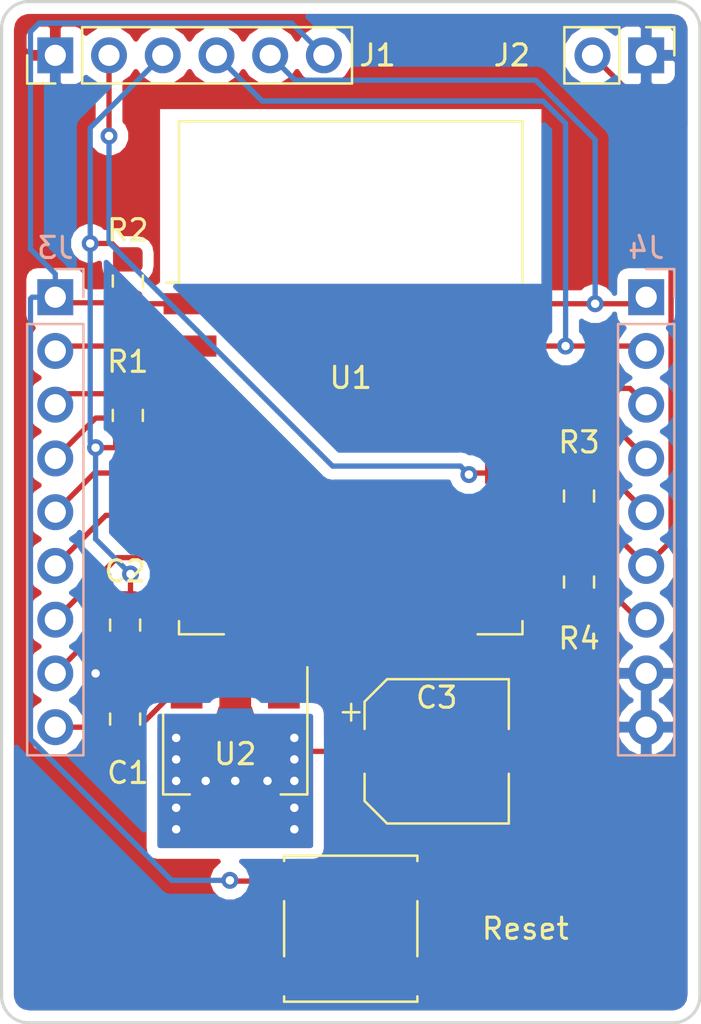
<source format=kicad_pcb>
(kicad_pcb (version 20171130) (host pcbnew 5.0.2-bee76a0~70~ubuntu18.04.1)

  (general
    (thickness 1.6)
    (drawings 8)
    (tracks 133)
    (zones 0)
    (modules 14)
    (nets 18)
  )

  (page A4)
  (layers
    (0 F.Cu signal)
    (31 B.Cu signal)
    (32 B.Adhes user)
    (33 F.Adhes user)
    (34 B.Paste user)
    (35 F.Paste user)
    (36 B.SilkS user)
    (37 F.SilkS user)
    (38 B.Mask user)
    (39 F.Mask user)
    (40 Dwgs.User user)
    (41 Cmts.User user)
    (42 Eco1.User user)
    (43 Eco2.User user)
    (44 Edge.Cuts user)
    (45 Margin user)
    (46 B.CrtYd user)
    (47 F.CrtYd user)
    (48 B.Fab user)
    (49 F.Fab user hide)
  )

  (setup
    (last_trace_width 0.25)
    (trace_clearance 0.2)
    (zone_clearance 0.508)
    (zone_45_only no)
    (trace_min 0.2)
    (segment_width 0.2)
    (edge_width 0.15)
    (via_size 0.8)
    (via_drill 0.4)
    (via_min_size 0.4)
    (via_min_drill 0.3)
    (uvia_size 0.3)
    (uvia_drill 0.1)
    (uvias_allowed no)
    (uvia_min_size 0.2)
    (uvia_min_drill 0.1)
    (pcb_text_width 0.3)
    (pcb_text_size 1.5 1.5)
    (mod_edge_width 0.15)
    (mod_text_size 1 1)
    (mod_text_width 0.15)
    (pad_size 1.524 1.524)
    (pad_drill 0.762)
    (pad_to_mask_clearance 0.051)
    (solder_mask_min_width 0.25)
    (aux_axis_origin 0 0)
    (visible_elements FFFFFF7F)
    (pcbplotparams
      (layerselection 0x010fc_ffffffff)
      (usegerberextensions false)
      (usegerberattributes false)
      (usegerberadvancedattributes false)
      (creategerberjobfile false)
      (excludeedgelayer true)
      (linewidth 0.100000)
      (plotframeref false)
      (viasonmask false)
      (mode 1)
      (useauxorigin false)
      (hpglpennumber 1)
      (hpglpenspeed 20)
      (hpglpendiameter 15.000000)
      (psnegative false)
      (psa4output false)
      (plotreference true)
      (plotvalue true)
      (plotinvisibletext false)
      (padsonsilk false)
      (subtractmaskfromsilk false)
      (outputformat 1)
      (mirror false)
      (drillshape 1)
      (scaleselection 1)
      (outputdirectory ""))
  )

  (net 0 "")
  (net 1 GND)
  (net 2 RAW+)
  (net 3 VCC)
  (net 4 FLASH_EN)
  (net 5 RXD)
  (net 6 TXD)
  (net 7 RESET)
  (net 8 GPIO2)
  (net 9 GPIO13)
  (net 10 GPIO12)
  (net 11 GPIO14)
  (net 12 GPIO16)
  (net 13 EN)
  (net 14 ADC)
  (net 15 GPIO5)
  (net 16 GPIO4)
  (net 17 GPIO15)

  (net_class Default "This is the default net class."
    (clearance 0.2)
    (trace_width 0.25)
    (via_dia 0.8)
    (via_drill 0.4)
    (uvia_dia 0.3)
    (uvia_drill 0.1)
    (add_net ADC)
    (add_net EN)
    (add_net FLASH_EN)
    (add_net GND)
    (add_net GPIO12)
    (add_net GPIO13)
    (add_net GPIO14)
    (add_net GPIO15)
    (add_net GPIO16)
    (add_net GPIO2)
    (add_net GPIO4)
    (add_net GPIO5)
    (add_net RAW+)
    (add_net RESET)
    (add_net RXD)
    (add_net TXD)
    (add_net VCC)
  )

  (module Capacitor_SMD:C_0805_2012Metric_Pad1.15x1.40mm_HandSolder (layer F.Cu) (tedit 5C72EA37) (tstamp 5C7F4DF8)
    (at 117.602 103.759 90)
    (descr "Capacitor SMD 0805 (2012 Metric), square (rectangular) end terminal, IPC_7351 nominal with elongated pad for handsoldering. (Body size source: https://docs.google.com/spreadsheets/d/1BsfQQcO9C6DZCsRaXUlFlo91Tg2WpOkGARC1WS5S8t0/edit?usp=sharing), generated with kicad-footprint-generator")
    (tags "capacitor handsolder")
    (path /5C73AF03)
    (attr smd)
    (fp_text reference C1 (at -2.54 0.127 180) (layer F.SilkS)
      (effects (font (size 1 1) (thickness 0.15)))
    )
    (fp_text value 100nF (at 0 1.65 90) (layer F.Fab) hide
      (effects (font (size 1 1) (thickness 0.15)))
    )
    (fp_text user %R (at 0 0 90) (layer F.Fab)
      (effects (font (size 0.5 0.5) (thickness 0.08)))
    )
    (fp_line (start 1.85 0.95) (end -1.85 0.95) (layer F.CrtYd) (width 0.05))
    (fp_line (start 1.85 -0.95) (end 1.85 0.95) (layer F.CrtYd) (width 0.05))
    (fp_line (start -1.85 -0.95) (end 1.85 -0.95) (layer F.CrtYd) (width 0.05))
    (fp_line (start -1.85 0.95) (end -1.85 -0.95) (layer F.CrtYd) (width 0.05))
    (fp_line (start -0.261252 0.71) (end 0.261252 0.71) (layer F.SilkS) (width 0.12))
    (fp_line (start -0.261252 -0.71) (end 0.261252 -0.71) (layer F.SilkS) (width 0.12))
    (fp_line (start 1 0.6) (end -1 0.6) (layer F.Fab) (width 0.1))
    (fp_line (start 1 -0.6) (end 1 0.6) (layer F.Fab) (width 0.1))
    (fp_line (start -1 -0.6) (end 1 -0.6) (layer F.Fab) (width 0.1))
    (fp_line (start -1 0.6) (end -1 -0.6) (layer F.Fab) (width 0.1))
    (pad 2 smd roundrect (at 1.025 0 90) (size 1.15 1.4) (layers F.Cu F.Paste F.Mask) (roundrect_rratio 0.217391)
      (net 1 GND))
    (pad 1 smd roundrect (at -1.025 0 90) (size 1.15 1.4) (layers F.Cu F.Paste F.Mask) (roundrect_rratio 0.217391)
      (net 2 RAW+))
    (model ${KISYS3DMOD}/Capacitor_SMD.3dshapes/C_0805_2012Metric.wrl
      (at (xyz 0 0 0))
      (scale (xyz 1 1 1))
      (rotate (xyz 0 0 0))
    )
  )

  (module Capacitor_SMD:C_0805_2012Metric_Pad1.15x1.40mm_HandSolder (layer F.Cu) (tedit 5C72EA3D) (tstamp 5C7F5CB8)
    (at 117.602 99.314 270)
    (descr "Capacitor SMD 0805 (2012 Metric), square (rectangular) end terminal, IPC_7351 nominal with elongated pad for handsoldering. (Body size source: https://docs.google.com/spreadsheets/d/1BsfQQcO9C6DZCsRaXUlFlo91Tg2WpOkGARC1WS5S8t0/edit?usp=sharing), generated with kicad-footprint-generator")
    (tags "capacitor handsolder")
    (path /5C73ADFD)
    (attr smd)
    (fp_text reference C2 (at -2.54 0) (layer F.SilkS)
      (effects (font (size 1 1) (thickness 0.15)))
    )
    (fp_text value 100nF (at 0 1.65 270) (layer F.Fab) hide
      (effects (font (size 1 1) (thickness 0.15)))
    )
    (fp_line (start -1 0.6) (end -1 -0.6) (layer F.Fab) (width 0.1))
    (fp_line (start -1 -0.6) (end 1 -0.6) (layer F.Fab) (width 0.1))
    (fp_line (start 1 -0.6) (end 1 0.6) (layer F.Fab) (width 0.1))
    (fp_line (start 1 0.6) (end -1 0.6) (layer F.Fab) (width 0.1))
    (fp_line (start -0.261252 -0.71) (end 0.261252 -0.71) (layer F.SilkS) (width 0.12))
    (fp_line (start -0.261252 0.71) (end 0.261252 0.71) (layer F.SilkS) (width 0.12))
    (fp_line (start -1.85 0.95) (end -1.85 -0.95) (layer F.CrtYd) (width 0.05))
    (fp_line (start -1.85 -0.95) (end 1.85 -0.95) (layer F.CrtYd) (width 0.05))
    (fp_line (start 1.85 -0.95) (end 1.85 0.95) (layer F.CrtYd) (width 0.05))
    (fp_line (start 1.85 0.95) (end -1.85 0.95) (layer F.CrtYd) (width 0.05))
    (fp_text user %R (at 0 0 270) (layer F.Fab)
      (effects (font (size 0.5 0.5) (thickness 0.08)))
    )
    (pad 1 smd roundrect (at -1.025 0 270) (size 1.15 1.4) (layers F.Cu F.Paste F.Mask) (roundrect_rratio 0.217391)
      (net 3 VCC))
    (pad 2 smd roundrect (at 1.025 0 270) (size 1.15 1.4) (layers F.Cu F.Paste F.Mask) (roundrect_rratio 0.217391)
      (net 1 GND))
    (model ${KISYS3DMOD}/Capacitor_SMD.3dshapes/C_0805_2012Metric.wrl
      (at (xyz 0 0 0))
      (scale (xyz 1 1 1))
      (rotate (xyz 0 0 0))
    )
  )

  (module Capacitor_SMD:CP_Elec_6.3x5.8 (layer F.Cu) (tedit 5BCA39D0) (tstamp 5C7F4E31)
    (at 132.334 105.283)
    (descr "SMD capacitor, aluminum electrolytic, Nichicon, 6.3x5.8mm")
    (tags "capacitor electrolytic")
    (path /5C73AD49)
    (attr smd)
    (fp_text reference C3 (at 0 -2.54) (layer F.SilkS)
      (effects (font (size 1 1) (thickness 0.15)))
    )
    (fp_text value 220uF (at 0 4.35) (layer F.Fab)
      (effects (font (size 1 1) (thickness 0.15)))
    )
    (fp_circle (center 0 0) (end 3.15 0) (layer F.Fab) (width 0.1))
    (fp_line (start 3.3 -3.3) (end 3.3 3.3) (layer F.Fab) (width 0.1))
    (fp_line (start -2.3 -3.3) (end 3.3 -3.3) (layer F.Fab) (width 0.1))
    (fp_line (start -2.3 3.3) (end 3.3 3.3) (layer F.Fab) (width 0.1))
    (fp_line (start -3.3 -2.3) (end -3.3 2.3) (layer F.Fab) (width 0.1))
    (fp_line (start -3.3 -2.3) (end -2.3 -3.3) (layer F.Fab) (width 0.1))
    (fp_line (start -3.3 2.3) (end -2.3 3.3) (layer F.Fab) (width 0.1))
    (fp_line (start -2.704838 -1.33) (end -2.074838 -1.33) (layer F.Fab) (width 0.1))
    (fp_line (start -2.389838 -1.645) (end -2.389838 -1.015) (layer F.Fab) (width 0.1))
    (fp_line (start 3.41 3.41) (end 3.41 1.06) (layer F.SilkS) (width 0.12))
    (fp_line (start 3.41 -3.41) (end 3.41 -1.06) (layer F.SilkS) (width 0.12))
    (fp_line (start -2.345563 -3.41) (end 3.41 -3.41) (layer F.SilkS) (width 0.12))
    (fp_line (start -2.345563 3.41) (end 3.41 3.41) (layer F.SilkS) (width 0.12))
    (fp_line (start -3.41 2.345563) (end -3.41 1.06) (layer F.SilkS) (width 0.12))
    (fp_line (start -3.41 -2.345563) (end -3.41 -1.06) (layer F.SilkS) (width 0.12))
    (fp_line (start -3.41 -2.345563) (end -2.345563 -3.41) (layer F.SilkS) (width 0.12))
    (fp_line (start -3.41 2.345563) (end -2.345563 3.41) (layer F.SilkS) (width 0.12))
    (fp_line (start -4.4375 -1.8475) (end -3.65 -1.8475) (layer F.SilkS) (width 0.12))
    (fp_line (start -4.04375 -2.24125) (end -4.04375 -1.45375) (layer F.SilkS) (width 0.12))
    (fp_line (start 3.55 -3.55) (end 3.55 -1.05) (layer F.CrtYd) (width 0.05))
    (fp_line (start 3.55 -1.05) (end 4.7 -1.05) (layer F.CrtYd) (width 0.05))
    (fp_line (start 4.7 -1.05) (end 4.7 1.05) (layer F.CrtYd) (width 0.05))
    (fp_line (start 4.7 1.05) (end 3.55 1.05) (layer F.CrtYd) (width 0.05))
    (fp_line (start 3.55 1.05) (end 3.55 3.55) (layer F.CrtYd) (width 0.05))
    (fp_line (start -2.4 3.55) (end 3.55 3.55) (layer F.CrtYd) (width 0.05))
    (fp_line (start -2.4 -3.55) (end 3.55 -3.55) (layer F.CrtYd) (width 0.05))
    (fp_line (start -3.55 2.4) (end -2.4 3.55) (layer F.CrtYd) (width 0.05))
    (fp_line (start -3.55 -2.4) (end -2.4 -3.55) (layer F.CrtYd) (width 0.05))
    (fp_line (start -3.55 -2.4) (end -3.55 -1.05) (layer F.CrtYd) (width 0.05))
    (fp_line (start -3.55 1.05) (end -3.55 2.4) (layer F.CrtYd) (width 0.05))
    (fp_line (start -3.55 -1.05) (end -4.7 -1.05) (layer F.CrtYd) (width 0.05))
    (fp_line (start -4.7 -1.05) (end -4.7 1.05) (layer F.CrtYd) (width 0.05))
    (fp_line (start -4.7 1.05) (end -3.55 1.05) (layer F.CrtYd) (width 0.05))
    (fp_text user %R (at 0 0) (layer F.Fab)
      (effects (font (size 1 1) (thickness 0.15)))
    )
    (pad 1 smd roundrect (at -2.7 0) (size 3.5 1.6) (layers F.Cu F.Paste F.Mask) (roundrect_rratio 0.15625)
      (net 3 VCC))
    (pad 2 smd roundrect (at 2.7 0) (size 3.5 1.6) (layers F.Cu F.Paste F.Mask) (roundrect_rratio 0.15625)
      (net 1 GND))
    (model ${KISYS3DMOD}/Capacitor_SMD.3dshapes/CP_Elec_6.3x5.8.wrl
      (at (xyz 0 0 0))
      (scale (xyz 1 1 1))
      (rotate (xyz 0 0 0))
    )
  )

  (module Connector_PinHeader_2.54mm:PinHeader_1x06_P2.54mm_Vertical (layer F.Cu) (tedit 5C72E93B) (tstamp 5C7F4E4B)
    (at 114.3 72.39 90)
    (descr "Through hole straight pin header, 1x06, 2.54mm pitch, single row")
    (tags "Through hole pin header THT 1x06 2.54mm single row")
    (path /5C728485)
    (fp_text reference J1 (at 0 15.24 180) (layer F.SilkS)
      (effects (font (size 1 1) (thickness 0.15)))
    )
    (fp_text value "Programmer conn" (at 2.54 5.08 180) (layer F.Fab) hide
      (effects (font (size 1 1) (thickness 0.15)))
    )
    (fp_line (start -0.635 -1.27) (end 1.27 -1.27) (layer F.Fab) (width 0.1))
    (fp_line (start 1.27 -1.27) (end 1.27 13.97) (layer F.Fab) (width 0.1))
    (fp_line (start 1.27 13.97) (end -1.27 13.97) (layer F.Fab) (width 0.1))
    (fp_line (start -1.27 13.97) (end -1.27 -0.635) (layer F.Fab) (width 0.1))
    (fp_line (start -1.27 -0.635) (end -0.635 -1.27) (layer F.Fab) (width 0.1))
    (fp_line (start -1.33 14.03) (end 1.33 14.03) (layer F.SilkS) (width 0.12))
    (fp_line (start -1.33 1.27) (end -1.33 14.03) (layer F.SilkS) (width 0.12))
    (fp_line (start 1.33 1.27) (end 1.33 14.03) (layer F.SilkS) (width 0.12))
    (fp_line (start -1.33 1.27) (end 1.33 1.27) (layer F.SilkS) (width 0.12))
    (fp_line (start -1.33 0) (end -1.33 -1.33) (layer F.SilkS) (width 0.12))
    (fp_line (start -1.33 -1.33) (end 0 -1.33) (layer F.SilkS) (width 0.12))
    (fp_line (start -1.8 -1.8) (end -1.8 14.5) (layer F.CrtYd) (width 0.05))
    (fp_line (start -1.8 14.5) (end 1.8 14.5) (layer F.CrtYd) (width 0.05))
    (fp_line (start 1.8 14.5) (end 1.8 -1.8) (layer F.CrtYd) (width 0.05))
    (fp_line (start 1.8 -1.8) (end -1.8 -1.8) (layer F.CrtYd) (width 0.05))
    (fp_text user %R (at 0 6.35 180) (layer F.Fab)
      (effects (font (size 1 1) (thickness 0.15)))
    )
    (pad 1 thru_hole rect (at 0 0 90) (size 1.7 1.7) (drill 1) (layers *.Cu *.Mask)
      (net 1 GND))
    (pad 2 thru_hole oval (at 0 2.54 90) (size 1.7 1.7) (drill 1) (layers *.Cu *.Mask)
      (net 4 FLASH_EN))
    (pad 3 thru_hole oval (at 0 5.08 90) (size 1.7 1.7) (drill 1) (layers *.Cu *.Mask)
      (net 3 VCC))
    (pad 4 thru_hole oval (at 0 7.62 90) (size 1.7 1.7) (drill 1) (layers *.Cu *.Mask)
      (net 5 RXD))
    (pad 5 thru_hole oval (at 0 10.16 90) (size 1.7 1.7) (drill 1) (layers *.Cu *.Mask)
      (net 6 TXD))
    (pad 6 thru_hole oval (at 0 12.7 90) (size 1.7 1.7) (drill 1) (layers *.Cu *.Mask)
      (net 7 RESET))
    (model ${KISYS3DMOD}/Connector_PinHeader_2.54mm.3dshapes/PinHeader_1x06_P2.54mm_Vertical.wrl
      (at (xyz 0 0 0))
      (scale (xyz 1 1 1))
      (rotate (xyz 0 0 0))
    )
  )

  (module Connector_PinHeader_2.54mm:PinHeader_1x02_P2.54mm_Vertical (layer F.Cu) (tedit 5C72E942) (tstamp 5C7F4E61)
    (at 142.24 72.39 270)
    (descr "Through hole straight pin header, 1x02, 2.54mm pitch, single row")
    (tags "Through hole pin header THT 1x02 2.54mm single row")
    (path /5C735220)
    (fp_text reference J2 (at 0 6.35) (layer F.SilkS)
      (effects (font (size 1 1) (thickness 0.15)))
    )
    (fp_text value "Debug serial out" (at -2.54 3.81) (layer F.Fab) hide
      (effects (font (size 1 1) (thickness 0.15)))
    )
    (fp_line (start -0.635 -1.27) (end 1.27 -1.27) (layer F.Fab) (width 0.1))
    (fp_line (start 1.27 -1.27) (end 1.27 3.81) (layer F.Fab) (width 0.1))
    (fp_line (start 1.27 3.81) (end -1.27 3.81) (layer F.Fab) (width 0.1))
    (fp_line (start -1.27 3.81) (end -1.27 -0.635) (layer F.Fab) (width 0.1))
    (fp_line (start -1.27 -0.635) (end -0.635 -1.27) (layer F.Fab) (width 0.1))
    (fp_line (start -1.33 3.87) (end 1.33 3.87) (layer F.SilkS) (width 0.12))
    (fp_line (start -1.33 1.27) (end -1.33 3.87) (layer F.SilkS) (width 0.12))
    (fp_line (start 1.33 1.27) (end 1.33 3.87) (layer F.SilkS) (width 0.12))
    (fp_line (start -1.33 1.27) (end 1.33 1.27) (layer F.SilkS) (width 0.12))
    (fp_line (start -1.33 0) (end -1.33 -1.33) (layer F.SilkS) (width 0.12))
    (fp_line (start -1.33 -1.33) (end 0 -1.33) (layer F.SilkS) (width 0.12))
    (fp_line (start -1.8 -1.8) (end -1.8 4.35) (layer F.CrtYd) (width 0.05))
    (fp_line (start -1.8 4.35) (end 1.8 4.35) (layer F.CrtYd) (width 0.05))
    (fp_line (start 1.8 4.35) (end 1.8 -1.8) (layer F.CrtYd) (width 0.05))
    (fp_line (start 1.8 -1.8) (end -1.8 -1.8) (layer F.CrtYd) (width 0.05))
    (fp_text user %R (at 0 1.27) (layer F.Fab)
      (effects (font (size 1 1) (thickness 0.15)))
    )
    (pad 1 thru_hole rect (at 0 0 270) (size 1.7 1.7) (drill 1) (layers *.Cu *.Mask)
      (net 1 GND))
    (pad 2 thru_hole oval (at 0 2.54 270) (size 1.7 1.7) (drill 1) (layers *.Cu *.Mask)
      (net 8 GPIO2))
    (model ${KISYS3DMOD}/Connector_PinHeader_2.54mm.3dshapes/PinHeader_1x02_P2.54mm_Vertical.wrl
      (at (xyz 0 0 0))
      (scale (xyz 1 1 1))
      (rotate (xyz 0 0 0))
    )
  )

  (module Connector_PinHeader_2.54mm:PinHeader_1x09_P2.54mm_Vertical locked (layer B.Cu) (tedit 5C72EAE1) (tstamp 5C7F4E7E)
    (at 114.3 83.82 180)
    (descr "Through hole straight pin header, 1x09, 2.54mm pitch, single row")
    (tags "Through hole pin header THT 1x09 2.54mm single row")
    (path /5C728BE2)
    (fp_text reference J3 (at 0 2.33 180) (layer B.SilkS)
      (effects (font (size 1 1) (thickness 0.15)) (justify mirror))
    )
    (fp_text value Conn_01x09 (at 0 -22.65 180) (layer B.Fab) hide
      (effects (font (size 1 1) (thickness 0.15)) (justify mirror))
    )
    (fp_text user %R (at 0 -10.16 90) (layer B.Fab)
      (effects (font (size 1 1) (thickness 0.15)) (justify mirror))
    )
    (fp_line (start 1.8 1.8) (end -1.8 1.8) (layer B.CrtYd) (width 0.05))
    (fp_line (start 1.8 -22.1) (end 1.8 1.8) (layer B.CrtYd) (width 0.05))
    (fp_line (start -1.8 -22.1) (end 1.8 -22.1) (layer B.CrtYd) (width 0.05))
    (fp_line (start -1.8 1.8) (end -1.8 -22.1) (layer B.CrtYd) (width 0.05))
    (fp_line (start -1.33 1.33) (end 0 1.33) (layer B.SilkS) (width 0.12))
    (fp_line (start -1.33 0) (end -1.33 1.33) (layer B.SilkS) (width 0.12))
    (fp_line (start -1.33 -1.27) (end 1.33 -1.27) (layer B.SilkS) (width 0.12))
    (fp_line (start 1.33 -1.27) (end 1.33 -21.65) (layer B.SilkS) (width 0.12))
    (fp_line (start -1.33 -1.27) (end -1.33 -21.65) (layer B.SilkS) (width 0.12))
    (fp_line (start -1.33 -21.65) (end 1.33 -21.65) (layer B.SilkS) (width 0.12))
    (fp_line (start -1.27 0.635) (end -0.635 1.27) (layer B.Fab) (width 0.1))
    (fp_line (start -1.27 -21.59) (end -1.27 0.635) (layer B.Fab) (width 0.1))
    (fp_line (start 1.27 -21.59) (end -1.27 -21.59) (layer B.Fab) (width 0.1))
    (fp_line (start 1.27 1.27) (end 1.27 -21.59) (layer B.Fab) (width 0.1))
    (fp_line (start -0.635 1.27) (end 1.27 1.27) (layer B.Fab) (width 0.1))
    (pad 9 thru_hole oval (at 0 -20.32 180) (size 1.7 1.7) (drill 1) (layers *.Cu *.Mask)
      (net 2 RAW+))
    (pad 8 thru_hole oval (at 0 -17.78 180) (size 1.7 1.7) (drill 1) (layers *.Cu *.Mask)
      (net 3 VCC))
    (pad 7 thru_hole oval (at 0 -15.24 180) (size 1.7 1.7) (drill 1) (layers *.Cu *.Mask)
      (net 9 GPIO13))
    (pad 6 thru_hole oval (at 0 -12.7 180) (size 1.7 1.7) (drill 1) (layers *.Cu *.Mask)
      (net 10 GPIO12))
    (pad 5 thru_hole oval (at 0 -10.16 180) (size 1.7 1.7) (drill 1) (layers *.Cu *.Mask)
      (net 11 GPIO14))
    (pad 4 thru_hole oval (at 0 -7.62 180) (size 1.7 1.7) (drill 1) (layers *.Cu *.Mask)
      (net 12 GPIO16))
    (pad 3 thru_hole oval (at 0 -5.08 180) (size 1.7 1.7) (drill 1) (layers *.Cu *.Mask)
      (net 13 EN))
    (pad 2 thru_hole oval (at 0 -2.54 180) (size 1.7 1.7) (drill 1) (layers *.Cu *.Mask)
      (net 14 ADC))
    (pad 1 thru_hole rect (at 0 0 180) (size 1.7 1.7) (drill 1) (layers *.Cu *.Mask)
      (net 7 RESET))
    (model ${KISYS3DMOD}/Connector_PinHeader_2.54mm.3dshapes/PinHeader_1x09_P2.54mm_Vertical.wrl
      (at (xyz 0 0 0))
      (scale (xyz 1 1 1))
      (rotate (xyz 0 0 0))
    )
  )

  (module Connector_PinHeader_2.54mm:PinHeader_1x09_P2.54mm_Vertical locked (layer B.Cu) (tedit 5C72EADE) (tstamp 5C7F4E9B)
    (at 142.24 83.82 180)
    (descr "Through hole straight pin header, 1x09, 2.54mm pitch, single row")
    (tags "Through hole pin header THT 1x09 2.54mm single row")
    (path /5C728AF4)
    (fp_text reference J4 (at 0 2.33 180) (layer B.SilkS)
      (effects (font (size 1 1) (thickness 0.15)) (justify mirror))
    )
    (fp_text value Conn_01x09 (at 0 -22.65 180) (layer B.Fab) hide
      (effects (font (size 1 1) (thickness 0.15)) (justify mirror))
    )
    (fp_line (start -0.635 1.27) (end 1.27 1.27) (layer B.Fab) (width 0.1))
    (fp_line (start 1.27 1.27) (end 1.27 -21.59) (layer B.Fab) (width 0.1))
    (fp_line (start 1.27 -21.59) (end -1.27 -21.59) (layer B.Fab) (width 0.1))
    (fp_line (start -1.27 -21.59) (end -1.27 0.635) (layer B.Fab) (width 0.1))
    (fp_line (start -1.27 0.635) (end -0.635 1.27) (layer B.Fab) (width 0.1))
    (fp_line (start -1.33 -21.65) (end 1.33 -21.65) (layer B.SilkS) (width 0.12))
    (fp_line (start -1.33 -1.27) (end -1.33 -21.65) (layer B.SilkS) (width 0.12))
    (fp_line (start 1.33 -1.27) (end 1.33 -21.65) (layer B.SilkS) (width 0.12))
    (fp_line (start -1.33 -1.27) (end 1.33 -1.27) (layer B.SilkS) (width 0.12))
    (fp_line (start -1.33 0) (end -1.33 1.33) (layer B.SilkS) (width 0.12))
    (fp_line (start -1.33 1.33) (end 0 1.33) (layer B.SilkS) (width 0.12))
    (fp_line (start -1.8 1.8) (end -1.8 -22.1) (layer B.CrtYd) (width 0.05))
    (fp_line (start -1.8 -22.1) (end 1.8 -22.1) (layer B.CrtYd) (width 0.05))
    (fp_line (start 1.8 -22.1) (end 1.8 1.8) (layer B.CrtYd) (width 0.05))
    (fp_line (start 1.8 1.8) (end -1.8 1.8) (layer B.CrtYd) (width 0.05))
    (fp_text user %R (at 0 -10.16 90) (layer B.Fab)
      (effects (font (size 1 1) (thickness 0.15)) (justify mirror))
    )
    (pad 1 thru_hole rect (at 0 0 180) (size 1.7 1.7) (drill 1) (layers *.Cu *.Mask)
      (net 6 TXD))
    (pad 2 thru_hole oval (at 0 -2.54 180) (size 1.7 1.7) (drill 1) (layers *.Cu *.Mask)
      (net 5 RXD))
    (pad 3 thru_hole oval (at 0 -5.08 180) (size 1.7 1.7) (drill 1) (layers *.Cu *.Mask)
      (net 15 GPIO5))
    (pad 4 thru_hole oval (at 0 -7.62 180) (size 1.7 1.7) (drill 1) (layers *.Cu *.Mask)
      (net 16 GPIO4))
    (pad 5 thru_hole oval (at 0 -10.16 180) (size 1.7 1.7) (drill 1) (layers *.Cu *.Mask)
      (net 4 FLASH_EN))
    (pad 6 thru_hole oval (at 0 -12.7 180) (size 1.7 1.7) (drill 1) (layers *.Cu *.Mask)
      (net 8 GPIO2))
    (pad 7 thru_hole oval (at 0 -15.24 180) (size 1.7 1.7) (drill 1) (layers *.Cu *.Mask)
      (net 17 GPIO15))
    (pad 8 thru_hole oval (at 0 -17.78 180) (size 1.7 1.7) (drill 1) (layers *.Cu *.Mask)
      (net 1 GND))
    (pad 9 thru_hole oval (at 0 -20.32 180) (size 1.7 1.7) (drill 1) (layers *.Cu *.Mask)
      (net 1 GND))
    (model ${KISYS3DMOD}/Connector_PinHeader_2.54mm.3dshapes/PinHeader_1x09_P2.54mm_Vertical.wrl
      (at (xyz 0 0 0))
      (scale (xyz 1 1 1))
      (rotate (xyz 0 0 0))
    )
  )

  (module Resistor_SMD:R_0805_2012Metric_Pad1.15x1.40mm_HandSolder (layer F.Cu) (tedit 5B36C52B) (tstamp 5C7F4EAC)
    (at 117.729 89.408 270)
    (descr "Resistor SMD 0805 (2012 Metric), square (rectangular) end terminal, IPC_7351 nominal with elongated pad for handsoldering. (Body size source: https://docs.google.com/spreadsheets/d/1BsfQQcO9C6DZCsRaXUlFlo91Tg2WpOkGARC1WS5S8t0/edit?usp=sharing), generated with kicad-footprint-generator")
    (tags "resistor handsolder")
    (path /5C72899C)
    (attr smd)
    (fp_text reference R1 (at -2.54 0) (layer F.SilkS)
      (effects (font (size 1 1) (thickness 0.15)))
    )
    (fp_text value 10K (at 0 1.65 270) (layer F.Fab)
      (effects (font (size 1 1) (thickness 0.15)))
    )
    (fp_line (start -1 0.6) (end -1 -0.6) (layer F.Fab) (width 0.1))
    (fp_line (start -1 -0.6) (end 1 -0.6) (layer F.Fab) (width 0.1))
    (fp_line (start 1 -0.6) (end 1 0.6) (layer F.Fab) (width 0.1))
    (fp_line (start 1 0.6) (end -1 0.6) (layer F.Fab) (width 0.1))
    (fp_line (start -0.261252 -0.71) (end 0.261252 -0.71) (layer F.SilkS) (width 0.12))
    (fp_line (start -0.261252 0.71) (end 0.261252 0.71) (layer F.SilkS) (width 0.12))
    (fp_line (start -1.85 0.95) (end -1.85 -0.95) (layer F.CrtYd) (width 0.05))
    (fp_line (start -1.85 -0.95) (end 1.85 -0.95) (layer F.CrtYd) (width 0.05))
    (fp_line (start 1.85 -0.95) (end 1.85 0.95) (layer F.CrtYd) (width 0.05))
    (fp_line (start 1.85 0.95) (end -1.85 0.95) (layer F.CrtYd) (width 0.05))
    (fp_text user %R (at 0 0 270) (layer F.Fab)
      (effects (font (size 0.5 0.5) (thickness 0.08)))
    )
    (pad 1 smd roundrect (at -1.025 0 270) (size 1.15 1.4) (layers F.Cu F.Paste F.Mask) (roundrect_rratio 0.217391)
      (net 13 EN))
    (pad 2 smd roundrect (at 1.025 0 270) (size 1.15 1.4) (layers F.Cu F.Paste F.Mask) (roundrect_rratio 0.217391)
      (net 3 VCC))
    (model ${KISYS3DMOD}/Resistor_SMD.3dshapes/R_0805_2012Metric.wrl
      (at (xyz 0 0 0))
      (scale (xyz 1 1 1))
      (rotate (xyz 0 0 0))
    )
  )

  (module Resistor_SMD:R_0805_2012Metric_Pad1.15x1.40mm_HandSolder (layer F.Cu) (tedit 5B36C52B) (tstamp 5C7F63F8)
    (at 117.729 83.058 270)
    (descr "Resistor SMD 0805 (2012 Metric), square (rectangular) end terminal, IPC_7351 nominal with elongated pad for handsoldering. (Body size source: https://docs.google.com/spreadsheets/d/1BsfQQcO9C6DZCsRaXUlFlo91Tg2WpOkGARC1WS5S8t0/edit?usp=sharing), generated with kicad-footprint-generator")
    (tags "resistor handsolder")
    (path /5C728764)
    (attr smd)
    (fp_text reference R2 (at -2.404 0) (layer F.SilkS)
      (effects (font (size 1 1) (thickness 0.15)))
    )
    (fp_text value 10K (at 0 1.65 270) (layer F.Fab)
      (effects (font (size 1 1) (thickness 0.15)))
    )
    (fp_line (start -1 0.6) (end -1 -0.6) (layer F.Fab) (width 0.1))
    (fp_line (start -1 -0.6) (end 1 -0.6) (layer F.Fab) (width 0.1))
    (fp_line (start 1 -0.6) (end 1 0.6) (layer F.Fab) (width 0.1))
    (fp_line (start 1 0.6) (end -1 0.6) (layer F.Fab) (width 0.1))
    (fp_line (start -0.261252 -0.71) (end 0.261252 -0.71) (layer F.SilkS) (width 0.12))
    (fp_line (start -0.261252 0.71) (end 0.261252 0.71) (layer F.SilkS) (width 0.12))
    (fp_line (start -1.85 0.95) (end -1.85 -0.95) (layer F.CrtYd) (width 0.05))
    (fp_line (start -1.85 -0.95) (end 1.85 -0.95) (layer F.CrtYd) (width 0.05))
    (fp_line (start 1.85 -0.95) (end 1.85 0.95) (layer F.CrtYd) (width 0.05))
    (fp_line (start 1.85 0.95) (end -1.85 0.95) (layer F.CrtYd) (width 0.05))
    (fp_text user %R (at 0 0 270) (layer F.Fab)
      (effects (font (size 0.5 0.5) (thickness 0.08)))
    )
    (pad 1 smd roundrect (at -1.025 0 270) (size 1.15 1.4) (layers F.Cu F.Paste F.Mask) (roundrect_rratio 0.217391)
      (net 3 VCC))
    (pad 2 smd roundrect (at 1.025 0 270) (size 1.15 1.4) (layers F.Cu F.Paste F.Mask) (roundrect_rratio 0.217391)
      (net 7 RESET))
    (model ${KISYS3DMOD}/Resistor_SMD.3dshapes/R_0805_2012Metric.wrl
      (at (xyz 0 0 0))
      (scale (xyz 1 1 1))
      (rotate (xyz 0 0 0))
    )
  )

  (module Resistor_SMD:R_0805_2012Metric_Pad1.15x1.40mm_HandSolder (layer F.Cu) (tedit 5B36C52B) (tstamp 5C7F4ECE)
    (at 139.065 93.218 270)
    (descr "Resistor SMD 0805 (2012 Metric), square (rectangular) end terminal, IPC_7351 nominal with elongated pad for handsoldering. (Body size source: https://docs.google.com/spreadsheets/d/1BsfQQcO9C6DZCsRaXUlFlo91Tg2WpOkGARC1WS5S8t0/edit?usp=sharing), generated with kicad-footprint-generator")
    (tags "resistor handsolder")
    (path /5C72892C)
    (attr smd)
    (fp_text reference R3 (at -2.54 0) (layer F.SilkS)
      (effects (font (size 1 1) (thickness 0.15)))
    )
    (fp_text value 10K (at 0 1.65 270) (layer F.Fab)
      (effects (font (size 1 1) (thickness 0.15)))
    )
    (fp_text user %R (at 0 0 270) (layer F.Fab)
      (effects (font (size 0.5 0.5) (thickness 0.08)))
    )
    (fp_line (start 1.85 0.95) (end -1.85 0.95) (layer F.CrtYd) (width 0.05))
    (fp_line (start 1.85 -0.95) (end 1.85 0.95) (layer F.CrtYd) (width 0.05))
    (fp_line (start -1.85 -0.95) (end 1.85 -0.95) (layer F.CrtYd) (width 0.05))
    (fp_line (start -1.85 0.95) (end -1.85 -0.95) (layer F.CrtYd) (width 0.05))
    (fp_line (start -0.261252 0.71) (end 0.261252 0.71) (layer F.SilkS) (width 0.12))
    (fp_line (start -0.261252 -0.71) (end 0.261252 -0.71) (layer F.SilkS) (width 0.12))
    (fp_line (start 1 0.6) (end -1 0.6) (layer F.Fab) (width 0.1))
    (fp_line (start 1 -0.6) (end 1 0.6) (layer F.Fab) (width 0.1))
    (fp_line (start -1 -0.6) (end 1 -0.6) (layer F.Fab) (width 0.1))
    (fp_line (start -1 0.6) (end -1 -0.6) (layer F.Fab) (width 0.1))
    (pad 2 smd roundrect (at 1.025 0 270) (size 1.15 1.4) (layers F.Cu F.Paste F.Mask) (roundrect_rratio 0.217391)
      (net 3 VCC))
    (pad 1 smd roundrect (at -1.025 0 270) (size 1.15 1.4) (layers F.Cu F.Paste F.Mask) (roundrect_rratio 0.217391)
      (net 4 FLASH_EN))
    (model ${KISYS3DMOD}/Resistor_SMD.3dshapes/R_0805_2012Metric.wrl
      (at (xyz 0 0 0))
      (scale (xyz 1 1 1))
      (rotate (xyz 0 0 0))
    )
  )

  (module Resistor_SMD:R_0805_2012Metric_Pad1.15x1.40mm_HandSolder (layer F.Cu) (tedit 5B36C52B) (tstamp 5C7F4EDF)
    (at 139.065 97.282 90)
    (descr "Resistor SMD 0805 (2012 Metric), square (rectangular) end terminal, IPC_7351 nominal with elongated pad for handsoldering. (Body size source: https://docs.google.com/spreadsheets/d/1BsfQQcO9C6DZCsRaXUlFlo91Tg2WpOkGARC1WS5S8t0/edit?usp=sharing), generated with kicad-footprint-generator")
    (tags "resistor handsolder")
    (path /5C7289D6)
    (attr smd)
    (fp_text reference R4 (at -2.667 0 180) (layer F.SilkS)
      (effects (font (size 1 1) (thickness 0.15)))
    )
    (fp_text value 10K (at 0 1.65 90) (layer F.Fab)
      (effects (font (size 1 1) (thickness 0.15)))
    )
    (fp_text user %R (at 0 0 90) (layer F.Fab)
      (effects (font (size 0.5 0.5) (thickness 0.08)))
    )
    (fp_line (start 1.85 0.95) (end -1.85 0.95) (layer F.CrtYd) (width 0.05))
    (fp_line (start 1.85 -0.95) (end 1.85 0.95) (layer F.CrtYd) (width 0.05))
    (fp_line (start -1.85 -0.95) (end 1.85 -0.95) (layer F.CrtYd) (width 0.05))
    (fp_line (start -1.85 0.95) (end -1.85 -0.95) (layer F.CrtYd) (width 0.05))
    (fp_line (start -0.261252 0.71) (end 0.261252 0.71) (layer F.SilkS) (width 0.12))
    (fp_line (start -0.261252 -0.71) (end 0.261252 -0.71) (layer F.SilkS) (width 0.12))
    (fp_line (start 1 0.6) (end -1 0.6) (layer F.Fab) (width 0.1))
    (fp_line (start 1 -0.6) (end 1 0.6) (layer F.Fab) (width 0.1))
    (fp_line (start -1 -0.6) (end 1 -0.6) (layer F.Fab) (width 0.1))
    (fp_line (start -1 0.6) (end -1 -0.6) (layer F.Fab) (width 0.1))
    (pad 2 smd roundrect (at 1.025 0 90) (size 1.15 1.4) (layers F.Cu F.Paste F.Mask) (roundrect_rratio 0.217391)
      (net 17 GPIO15))
    (pad 1 smd roundrect (at -1.025 0 90) (size 1.15 1.4) (layers F.Cu F.Paste F.Mask) (roundrect_rratio 0.217391)
      (net 1 GND))
    (model ${KISYS3DMOD}/Resistor_SMD.3dshapes/R_0805_2012Metric.wrl
      (at (xyz 0 0 0))
      (scale (xyz 1 1 1))
      (rotate (xyz 0 0 0))
    )
  )

  (module Button_Switch_SMD:SW_SPST_B3S-1000 (layer F.Cu) (tedit 5C72E9C0) (tstamp 5C7F70EE)
    (at 128.27 113.665 180)
    (descr "Surface Mount Tactile Switch for High-Density Packaging")
    (tags "Tactile Switch")
    (path /5C770484)
    (attr smd)
    (fp_text reference SW1 (at 0 -4.5 180) (layer F.SilkS) hide
      (effects (font (size 1 1) (thickness 0.15)))
    )
    (fp_text value Reset (at -8.255 0) (layer F.SilkS)
      (effects (font (size 1 1) (thickness 0.15)))
    )
    (fp_text user %R (at 0 0 180) (layer F.Fab)
      (effects (font (size 1 1) (thickness 0.15)))
    )
    (fp_line (start -5 3.7) (end 5 3.7) (layer F.CrtYd) (width 0.05))
    (fp_line (start 5 3.7) (end 5 -3.7) (layer F.CrtYd) (width 0.05))
    (fp_line (start 5 -3.7) (end -5 -3.7) (layer F.CrtYd) (width 0.05))
    (fp_line (start -5 -3.7) (end -5 3.7) (layer F.CrtYd) (width 0.05))
    (fp_line (start -3.15 -3.2) (end -3.15 -3.45) (layer F.SilkS) (width 0.12))
    (fp_line (start -3.15 -3.45) (end 3.15 -3.45) (layer F.SilkS) (width 0.12))
    (fp_line (start 3.15 -3.45) (end 3.15 -3.2) (layer F.SilkS) (width 0.12))
    (fp_line (start -3.15 1.3) (end -3.15 -1.3) (layer F.SilkS) (width 0.12))
    (fp_line (start 3.15 3.2) (end 3.15 3.45) (layer F.SilkS) (width 0.12))
    (fp_line (start 3.15 3.45) (end -3.15 3.45) (layer F.SilkS) (width 0.12))
    (fp_line (start -3.15 3.45) (end -3.15 3.2) (layer F.SilkS) (width 0.12))
    (fp_line (start 3.15 -1.3) (end 3.15 1.3) (layer F.SilkS) (width 0.12))
    (fp_circle (center 0 0) (end 1.65 0) (layer F.Fab) (width 0.1))
    (fp_line (start -3 -3.3) (end 3 -3.3) (layer F.Fab) (width 0.1))
    (fp_line (start 3 -3.3) (end 3 3.3) (layer F.Fab) (width 0.1))
    (fp_line (start 3 3.3) (end -3 3.3) (layer F.Fab) (width 0.1))
    (fp_line (start -3 3.3) (end -3 -3.3) (layer F.Fab) (width 0.1))
    (pad 1 smd rect (at -3.975 -2.25 180) (size 1.55 1.3) (layers F.Cu F.Paste F.Mask)
      (net 1 GND))
    (pad 1 smd rect (at 3.975 -2.25 180) (size 1.55 1.3) (layers F.Cu F.Paste F.Mask)
      (net 1 GND))
    (pad 2 smd rect (at -3.975 2.25 180) (size 1.55 1.3) (layers F.Cu F.Paste F.Mask)
      (net 7 RESET))
    (pad 2 smd rect (at 3.975 2.25 180) (size 1.55 1.3) (layers F.Cu F.Paste F.Mask)
      (net 7 RESET))
    (model ${KISYS3DMOD}/Button_Switch_SMD.3dshapes/SW_SPST_B3S-1000.wrl
      (at (xyz 0 0 0))
      (scale (xyz 1 1 1))
      (rotate (xyz 0 0 0))
    )
  )

  (module RF_Module:ESP-12E locked (layer F.Cu) (tedit 5C72E96B) (tstamp 5C7F585D)
    (at 128.27 87.63)
    (descr "Wi-Fi Module, http://wiki.ai-thinker.com/_media/esp8266/docs/aithinker_esp_12f_datasheet_en.pdf")
    (tags "Wi-Fi Module")
    (path /5C72805B)
    (attr smd)
    (fp_text reference U1 (at 0 0) (layer F.SilkS)
      (effects (font (size 1 1) (thickness 0.15)))
    )
    (fp_text value ESP-12E (at -0.06 -12.78) (layer F.Fab) hide
      (effects (font (size 1 1) (thickness 0.15)))
    )
    (fp_text user Antenna (at -0.06 -7 180) (layer Cmts.User)
      (effects (font (size 1 1) (thickness 0.15)))
    )
    (fp_text user "KEEP-OUT ZONE" (at 0.03 -9.55 180) (layer Cmts.User)
      (effects (font (size 1 1) (thickness 0.15)))
    )
    (fp_text user %R (at 0.49 -0.8) (layer F.Fab)
      (effects (font (size 1 1) (thickness 0.15)))
    )
    (fp_line (start -8 -12) (end 8 -12) (layer F.Fab) (width 0.12))
    (fp_line (start 8 -12) (end 8 12) (layer F.Fab) (width 0.12))
    (fp_line (start 8 12) (end -8 12) (layer F.Fab) (width 0.12))
    (fp_line (start -8 12) (end -8 -3) (layer F.Fab) (width 0.12))
    (fp_line (start -8 -3) (end -7.5 -3.5) (layer F.Fab) (width 0.12))
    (fp_line (start -7.5 -3.5) (end -8 -4) (layer F.Fab) (width 0.12))
    (fp_line (start -8 -4) (end -8 -12) (layer F.Fab) (width 0.12))
    (fp_line (start -9.05 -12.2) (end 9.05 -12.2) (layer F.CrtYd) (width 0.05))
    (fp_line (start 9.05 -12.2) (end 9.05 13.1) (layer F.CrtYd) (width 0.05))
    (fp_line (start 9.05 13.1) (end -9.05 13.1) (layer F.CrtYd) (width 0.05))
    (fp_line (start -9.05 13.1) (end -9.05 -12.2) (layer F.CrtYd) (width 0.05))
    (fp_line (start -8.12 -12.12) (end 8.12 -12.12) (layer F.SilkS) (width 0.12))
    (fp_line (start 8.12 -12.12) (end 8.12 -4.5) (layer F.SilkS) (width 0.12))
    (fp_line (start 8.12 11.5) (end 8.12 12.12) (layer F.SilkS) (width 0.12))
    (fp_line (start 8.12 12.12) (end 6 12.12) (layer F.SilkS) (width 0.12))
    (fp_line (start -6 12.12) (end -8.12 12.12) (layer F.SilkS) (width 0.12))
    (fp_line (start -8.12 12.12) (end -8.12 11.5) (layer F.SilkS) (width 0.12))
    (fp_line (start -8.12 -4.5) (end -8.12 -12.12) (layer F.SilkS) (width 0.12))
    (fp_line (start -8.12 -4.5) (end -8.73 -4.5) (layer F.SilkS) (width 0.12))
    (fp_line (start -8.12 -12.12) (end 8.12 -12.12) (layer Dwgs.User) (width 0.12))
    (fp_line (start 8.12 -12.12) (end 8.12 -4.8) (layer Dwgs.User) (width 0.12))
    (fp_line (start 8.12 -4.8) (end -8.12 -4.8) (layer Dwgs.User) (width 0.12))
    (fp_line (start -8.12 -4.8) (end -8.12 -12.12) (layer Dwgs.User) (width 0.12))
    (fp_line (start -8.12 -9.12) (end -5.12 -12.12) (layer Dwgs.User) (width 0.12))
    (fp_line (start -8.12 -6.12) (end -2.12 -12.12) (layer Dwgs.User) (width 0.12))
    (fp_line (start -6.44 -4.8) (end 0.88 -12.12) (layer Dwgs.User) (width 0.12))
    (fp_line (start -3.44 -4.8) (end 3.88 -12.12) (layer Dwgs.User) (width 0.12))
    (fp_line (start -0.44 -4.8) (end 6.88 -12.12) (layer Dwgs.User) (width 0.12))
    (fp_line (start 2.56 -4.8) (end 8.12 -10.36) (layer Dwgs.User) (width 0.12))
    (fp_line (start 5.56 -4.8) (end 8.12 -7.36) (layer Dwgs.User) (width 0.12))
    (pad 1 smd rect (at -7.6 -3.5) (size 2.5 1) (layers F.Cu F.Paste F.Mask)
      (net 7 RESET))
    (pad 2 smd rect (at -7.6 -1.5) (size 2.5 1) (layers F.Cu F.Paste F.Mask)
      (net 14 ADC))
    (pad 3 smd rect (at -7.6 0.5) (size 2.5 1) (layers F.Cu F.Paste F.Mask)
      (net 13 EN))
    (pad 4 smd rect (at -7.6 2.5) (size 2.5 1) (layers F.Cu F.Paste F.Mask)
      (net 12 GPIO16))
    (pad 5 smd rect (at -7.6 4.5) (size 2.5 1) (layers F.Cu F.Paste F.Mask)
      (net 11 GPIO14))
    (pad 6 smd rect (at -7.6 6.5) (size 2.5 1) (layers F.Cu F.Paste F.Mask)
      (net 10 GPIO12))
    (pad 7 smd rect (at -7.6 8.5) (size 2.5 1) (layers F.Cu F.Paste F.Mask)
      (net 9 GPIO13))
    (pad 8 smd rect (at -7.6 10.5) (size 2.5 1) (layers F.Cu F.Paste F.Mask)
      (net 3 VCC))
    (pad 9 smd rect (at -5 12) (size 1 1.8) (layers F.Cu F.Paste F.Mask))
    (pad 10 smd rect (at -3 12) (size 1 1.8) (layers F.Cu F.Paste F.Mask))
    (pad 11 smd rect (at -1 12) (size 1 1.8) (layers F.Cu F.Paste F.Mask))
    (pad 12 smd rect (at 1 12) (size 1 1.8) (layers F.Cu F.Paste F.Mask))
    (pad 13 smd rect (at 3 12) (size 1 1.8) (layers F.Cu F.Paste F.Mask))
    (pad 14 smd rect (at 5 12) (size 1 1.8) (layers F.Cu F.Paste F.Mask))
    (pad 15 smd rect (at 7.6 10.5) (size 2.5 1) (layers F.Cu F.Paste F.Mask)
      (net 1 GND))
    (pad 16 smd rect (at 7.6 8.5) (size 2.5 1) (layers F.Cu F.Paste F.Mask)
      (net 17 GPIO15))
    (pad 17 smd rect (at 7.6 6.5) (size 2.5 1) (layers F.Cu F.Paste F.Mask)
      (net 8 GPIO2))
    (pad 18 smd rect (at 7.6 4.5) (size 2.5 1) (layers F.Cu F.Paste F.Mask)
      (net 4 FLASH_EN))
    (pad 19 smd rect (at 7.6 2.5) (size 2.5 1) (layers F.Cu F.Paste F.Mask)
      (net 16 GPIO4))
    (pad 20 smd rect (at 7.6 0.5) (size 2.5 1) (layers F.Cu F.Paste F.Mask)
      (net 15 GPIO5))
    (pad 21 smd rect (at 7.6 -1.5) (size 2.5 1) (layers F.Cu F.Paste F.Mask)
      (net 5 RXD))
    (pad 22 smd rect (at 7.6 -3.5) (size 2.5 1) (layers F.Cu F.Paste F.Mask)
      (net 6 TXD))
    (model ${KISYS3DMOD}/RF_Module.3dshapes/ESP-12E.wrl
      (at (xyz 0 0 0))
      (scale (xyz 1 1 1))
      (rotate (xyz 0 0 0))
    )
  )

  (module Package_TO_SOT_SMD:SOT-223-3_TabPin2 (layer F.Cu) (tedit 5C72E9F1) (tstamp 5C7F752F)
    (at 122.809 105.41 270)
    (descr "module CMS SOT223 4 pins")
    (tags "CMS SOT")
    (path /5C7380E4)
    (attr smd)
    (fp_text reference U2 (at 0 0) (layer F.SilkS)
      (effects (font (size 1 1) (thickness 0.15)))
    )
    (fp_text value AMS1117-3.3 (at 0 4.5 270) (layer F.Fab) hide
      (effects (font (size 1 1) (thickness 0.15)))
    )
    (fp_text user %R (at 0 0) (layer F.Fab)
      (effects (font (size 0.8 0.8) (thickness 0.12)))
    )
    (fp_line (start 1.91 3.41) (end 1.91 2.15) (layer F.SilkS) (width 0.12))
    (fp_line (start 1.91 -3.41) (end 1.91 -2.15) (layer F.SilkS) (width 0.12))
    (fp_line (start 4.4 -3.6) (end -4.4 -3.6) (layer F.CrtYd) (width 0.05))
    (fp_line (start 4.4 3.6) (end 4.4 -3.6) (layer F.CrtYd) (width 0.05))
    (fp_line (start -4.4 3.6) (end 4.4 3.6) (layer F.CrtYd) (width 0.05))
    (fp_line (start -4.4 -3.6) (end -4.4 3.6) (layer F.CrtYd) (width 0.05))
    (fp_line (start -1.85 -2.35) (end -0.85 -3.35) (layer F.Fab) (width 0.1))
    (fp_line (start -1.85 -2.35) (end -1.85 3.35) (layer F.Fab) (width 0.1))
    (fp_line (start -1.85 3.41) (end 1.91 3.41) (layer F.SilkS) (width 0.12))
    (fp_line (start -0.85 -3.35) (end 1.85 -3.35) (layer F.Fab) (width 0.1))
    (fp_line (start -4.1 -3.41) (end 1.91 -3.41) (layer F.SilkS) (width 0.12))
    (fp_line (start -1.85 3.35) (end 1.85 3.35) (layer F.Fab) (width 0.1))
    (fp_line (start 1.85 -3.35) (end 1.85 3.35) (layer F.Fab) (width 0.1))
    (pad 2 smd rect (at 3.15 0 270) (size 2 3.8) (layers F.Cu F.Paste F.Mask)
      (net 3 VCC))
    (pad 2 smd rect (at -3.15 0 270) (size 2 1.5) (layers F.Cu F.Paste F.Mask)
      (net 3 VCC))
    (pad 3 smd rect (at -3.15 2.3 270) (size 2 1.5) (layers F.Cu F.Paste F.Mask)
      (net 2 RAW+))
    (pad 1 smd rect (at -3.15 -2.3 270) (size 2 1.5) (layers F.Cu F.Paste F.Mask)
      (net 1 GND))
    (model ${KISYS3DMOD}/Package_TO_SOT_SMD.3dshapes/SOT-223.wrl
      (at (xyz 0 0 0))
      (scale (xyz 1 1 1))
      (rotate (xyz 0 0 0))
    )
  )

  (gr_arc (start 113.03 116.84) (end 111.76 116.84) (angle -90) (layer Edge.Cuts) (width 0.15))
  (gr_arc (start 143.51 116.84) (end 143.51 118.11) (angle -90) (layer Edge.Cuts) (width 0.15))
  (gr_arc (start 143.51 71.12) (end 144.78 71.12) (angle -90) (layer Edge.Cuts) (width 0.15))
  (gr_arc (start 113.03 71.12) (end 113.03 69.85) (angle -90) (layer Edge.Cuts) (width 0.15))
  (gr_line (start 111.76 71.12) (end 111.76 116.84) (layer Edge.Cuts) (width 0.15))
  (gr_line (start 143.51 69.85) (end 113.03 69.85) (layer Edge.Cuts) (width 0.15))
  (gr_line (start 144.78 116.84) (end 144.78 71.12) (layer Edge.Cuts) (width 0.15))
  (gr_line (start 113.03 118.11) (end 143.51 118.11) (layer Edge.Cuts) (width 0.15))

  (via (at 116.205 101.6) (size 0.8) (drill 0.4) (layers F.Cu B.Cu) (net 1))
  (segment (start 116.958 104.14) (end 117.602 104.784) (width 0.25) (layer F.Cu) (net 2))
  (segment (start 114.3 104.14) (end 116.958 104.14) (width 0.25) (layer F.Cu) (net 2))
  (segment (start 120.126 102.26) (end 120.509 102.26) (width 0.25) (layer F.Cu) (net 2))
  (segment (start 117.602 104.784) (end 120.126 102.26) (width 0.25) (layer F.Cu) (net 2))
  (via (at 120.015 107.95) (size 0.8) (drill 0.4) (layers F.Cu B.Cu) (net 3))
  (via (at 120.015 108.966) (size 0.8) (drill 0.4) (layers F.Cu B.Cu) (net 3))
  (via (at 125.603 107.95) (size 0.8) (drill 0.4) (layers F.Cu B.Cu) (net 3))
  (via (at 125.603 108.966) (size 0.8) (drill 0.4) (layers F.Cu B.Cu) (net 3))
  (via (at 120.015 106.68) (size 0.8) (drill 0.4) (layers F.Cu B.Cu) (net 3))
  (via (at 120.015 105.664) (size 0.8) (drill 0.4) (layers F.Cu B.Cu) (net 3))
  (via (at 120.015 104.648) (size 0.8) (drill 0.4) (layers F.Cu B.Cu) (net 3))
  (via (at 125.603 106.68) (size 0.8) (drill 0.4) (layers F.Cu B.Cu) (net 3))
  (via (at 125.603 105.664) (size 0.8) (drill 0.4) (layers F.Cu B.Cu) (net 3))
  (via (at 125.603 104.648) (size 0.8) (drill 0.4) (layers F.Cu B.Cu) (net 3))
  (via (at 121.412 106.68) (size 0.8) (drill 0.4) (layers F.Cu B.Cu) (net 3))
  (via (at 122.809 106.68) (size 0.8) (drill 0.4) (layers F.Cu B.Cu) (net 3))
  (via (at 124.333 106.68) (size 0.8) (drill 0.4) (layers F.Cu B.Cu) (net 3))
  (segment (start 117.602 98.298) (end 117.602 98.289) (width 0.25) (layer F.Cu) (net 3))
  (segment (start 114.3 101.6) (end 117.602 98.298) (width 0.25) (layer F.Cu) (net 3))
  (segment (start 120.511 98.289) (end 120.67 98.13) (width 0.25) (layer F.Cu) (net 3))
  (segment (start 117.602 98.289) (end 120.511 98.289) (width 0.25) (layer F.Cu) (net 3))
  (segment (start 120.67 98.88) (end 120.67 98.13) (width 0.25) (layer F.Cu) (net 3))
  (segment (start 120.67 99.871) (end 120.67 98.88) (width 0.25) (layer F.Cu) (net 3))
  (segment (start 122.809 102.01) (end 120.67 99.871) (width 0.25) (layer F.Cu) (net 3))
  (segment (start 122.809 102.26) (end 122.809 102.01) (width 0.25) (layer F.Cu) (net 3))
  (segment (start 126.238 105.283) (end 125.603 104.648) (width 0.25) (layer F.Cu) (net 3))
  (segment (start 129.634 105.283) (end 126.238 105.283) (width 0.25) (layer F.Cu) (net 3))
  (via (at 115.951 81.28) (size 0.8) (drill 0.4) (layers F.Cu B.Cu) (net 3))
  (segment (start 119.38 72.39) (end 115.951 75.819) (width 0.25) (layer B.Cu) (net 3))
  (segment (start 115.951 75.819) (end 115.951 81.28) (width 0.25) (layer B.Cu) (net 3))
  (segment (start 116.976 81.28) (end 117.729 82.033) (width 0.25) (layer F.Cu) (net 3))
  (segment (start 115.951 81.28) (end 116.976 81.28) (width 0.25) (layer F.Cu) (net 3))
  (via (at 116.205 90.932) (size 0.8) (drill 0.4) (layers F.Cu B.Cu) (net 3))
  (segment (start 115.951 81.28) (end 115.951 90.678) (width 0.25) (layer B.Cu) (net 3))
  (segment (start 115.951 90.678) (end 116.205 90.932) (width 0.25) (layer B.Cu) (net 3))
  (segment (start 117.23 90.932) (end 117.729 90.433) (width 0.25) (layer F.Cu) (net 3))
  (segment (start 116.205 90.932) (end 117.23 90.932) (width 0.25) (layer F.Cu) (net 3))
  (via (at 117.856 96.901) (size 0.8) (drill 0.4) (layers F.Cu B.Cu) (net 3))
  (segment (start 116.205 90.932) (end 116.205 95.25) (width 0.25) (layer B.Cu) (net 3))
  (segment (start 116.205 95.25) (end 117.856 96.901) (width 0.25) (layer B.Cu) (net 3))
  (segment (start 117.856 98.035) (end 117.602 98.289) (width 0.25) (layer F.Cu) (net 3))
  (segment (start 117.856 96.901) (end 117.856 98.035) (width 0.25) (layer F.Cu) (net 3))
  (segment (start 138.441628 93.619628) (end 139.065 94.243) (width 0.25) (layer F.Cu) (net 3))
  (segment (start 138.126999 93.304999) (end 138.441628 93.619628) (width 0.25) (layer F.Cu) (net 3))
  (segment (start 126.245001 93.304999) (end 138.126999 93.304999) (width 0.25) (layer F.Cu) (net 3))
  (segment (start 121.42 98.13) (end 126.245001 93.304999) (width 0.25) (layer F.Cu) (net 3))
  (segment (start 120.67 98.13) (end 121.42 98.13) (width 0.25) (layer F.Cu) (net 3))
  (segment (start 122.809 102.26) (end 122.809 103.51) (width 0.25) (layer F.Cu) (net 3))
  (segment (start 139.002 92.13) (end 139.065 92.193) (width 0.25) (layer F.Cu) (net 4))
  (segment (start 135.87 92.13) (end 139.002 92.13) (width 0.25) (layer F.Cu) (net 4))
  (segment (start 140.453 92.193) (end 142.24 93.98) (width 0.25) (layer F.Cu) (net 4))
  (segment (start 139.065 92.193) (end 140.453 92.193) (width 0.25) (layer F.Cu) (net 4))
  (via (at 116.84 76.2) (size 0.8) (drill 0.4) (layers F.Cu B.Cu) (net 4))
  (segment (start 116.84 72.39) (end 116.84 76.2) (width 0.25) (layer F.Cu) (net 4))
  (via (at 133.858 92.202) (size 0.8) (drill 0.4) (layers F.Cu B.Cu) (net 4))
  (segment (start 135.87 92.13) (end 133.93 92.13) (width 0.25) (layer F.Cu) (net 4))
  (segment (start 133.93 92.13) (end 133.858 92.202) (width 0.25) (layer F.Cu) (net 4))
  (segment (start 116.84 81.231636) (end 116.84 76.765685) (width 0.25) (layer B.Cu) (net 4))
  (segment (start 116.84 76.765685) (end 116.84 76.2) (width 0.25) (layer B.Cu) (net 4))
  (segment (start 127.410365 91.802001) (end 116.84 81.231636) (width 0.25) (layer B.Cu) (net 4))
  (segment (start 133.458001 91.802001) (end 127.410365 91.802001) (width 0.25) (layer B.Cu) (net 4))
  (segment (start 133.858 92.202) (end 133.458001 91.802001) (width 0.25) (layer B.Cu) (net 4))
  (segment (start 142.01 86.13) (end 142.24 86.36) (width 0.25) (layer F.Cu) (net 5))
  (via (at 138.43 86.13) (size 0.8) (drill 0.4) (layers F.Cu B.Cu) (net 5))
  (segment (start 138.43 86.13) (end 142.01 86.13) (width 0.25) (layer F.Cu) (net 5))
  (segment (start 135.87 86.13) (end 138.43 86.13) (width 0.25) (layer F.Cu) (net 5))
  (segment (start 138.43 75.613364) (end 137.365636 74.549) (width 0.25) (layer B.Cu) (net 5))
  (segment (start 138.43 86.13) (end 138.43 75.613364) (width 0.25) (layer B.Cu) (net 5))
  (segment (start 124.079 74.549) (end 121.92 72.39) (width 0.25) (layer B.Cu) (net 5))
  (segment (start 137.365636 74.549) (end 124.079 74.549) (width 0.25) (layer B.Cu) (net 5))
  (segment (start 141.93 84.13) (end 142.24 83.82) (width 0.25) (layer F.Cu) (net 6))
  (via (at 139.827 84.13) (size 0.8) (drill 0.4) (layers F.Cu B.Cu) (net 6))
  (segment (start 139.827 84.13) (end 141.93 84.13) (width 0.25) (layer F.Cu) (net 6))
  (segment (start 135.87 84.13) (end 139.827 84.13) (width 0.25) (layer F.Cu) (net 6))
  (segment (start 125.309999 73.239999) (end 124.46 72.39) (width 0.25) (layer B.Cu) (net 6))
  (segment (start 125.635001 73.565001) (end 125.309999 73.239999) (width 0.25) (layer B.Cu) (net 6))
  (segment (start 139.827 76.373954) (end 137.018047 73.565001) (width 0.25) (layer B.Cu) (net 6))
  (segment (start 137.018047 73.565001) (end 125.635001 73.565001) (width 0.25) (layer B.Cu) (net 6))
  (segment (start 139.827 84.13) (end 139.827 76.373954) (width 0.25) (layer B.Cu) (net 6))
  (segment (start 117.776 84.13) (end 117.729 84.083) (width 0.25) (layer F.Cu) (net 7))
  (segment (start 120.67 84.13) (end 117.776 84.13) (width 0.25) (layer F.Cu) (net 7))
  (segment (start 114.563 84.083) (end 114.3 83.82) (width 0.25) (layer F.Cu) (net 7))
  (segment (start 117.729 84.083) (end 114.563 84.083) (width 0.25) (layer F.Cu) (net 7))
  (segment (start 113.124999 83.895001) (end 113.2 83.82) (width 0.25) (layer B.Cu) (net 7))
  (segment (start 113.124999 104.704001) (end 113.124999 83.895001) (width 0.25) (layer B.Cu) (net 7))
  (segment (start 113.2 83.82) (end 114.3 83.82) (width 0.25) (layer B.Cu) (net 7))
  (segment (start 113.124999 71.279999) (end 113.538998 70.866) (width 0.25) (layer B.Cu) (net 7))
  (segment (start 113.124999 81.544999) (end 113.124999 71.279999) (width 0.25) (layer B.Cu) (net 7))
  (segment (start 114.3 83.82) (end 114.3 82.72) (width 0.25) (layer B.Cu) (net 7))
  (segment (start 114.3 82.72) (end 113.124999 81.544999) (width 0.25) (layer B.Cu) (net 7))
  (segment (start 125.476 70.866) (end 127 72.39) (width 0.25) (layer B.Cu) (net 7))
  (segment (start 113.538998 70.866) (end 125.476 70.866) (width 0.25) (layer B.Cu) (net 7))
  (segment (start 132.245 111.415) (end 124.295 111.415) (width 0.25) (layer F.Cu) (net 7))
  (via (at 122.555 111.379) (size 0.8) (drill 0.4) (layers F.Cu B.Cu) (net 7))
  (segment (start 124.295 111.415) (end 122.591 111.415) (width 0.25) (layer F.Cu) (net 7))
  (segment (start 122.591 111.415) (end 122.555 111.379) (width 0.25) (layer F.Cu) (net 7))
  (segment (start 119.799998 111.379) (end 113.124999 104.704001) (width 0.25) (layer B.Cu) (net 7))
  (segment (start 122.555 111.379) (end 119.799998 111.379) (width 0.25) (layer B.Cu) (net 7))
  (segment (start 141.07699 95.35699) (end 141.390001 95.670001) (width 0.25) (layer F.Cu) (net 8))
  (segment (start 137.84699 95.35699) (end 141.07699 95.35699) (width 0.25) (layer F.Cu) (net 8))
  (segment (start 136.62 94.13) (end 137.84699 95.35699) (width 0.25) (layer F.Cu) (net 8))
  (segment (start 141.390001 95.670001) (end 142.24 96.52) (width 0.25) (layer F.Cu) (net 8))
  (segment (start 135.87 94.13) (end 136.62 94.13) (width 0.25) (layer F.Cu) (net 8))
  (segment (start 140.549999 73.239999) (end 139.7 72.39) (width 0.25) (layer F.Cu) (net 8))
  (segment (start 143.415001 76.105001) (end 140.549999 73.239999) (width 0.25) (layer F.Cu) (net 8))
  (segment (start 143.415001 95.344999) (end 143.415001 76.105001) (width 0.25) (layer F.Cu) (net 8))
  (segment (start 142.24 96.52) (end 143.415001 95.344999) (width 0.25) (layer F.Cu) (net 8))
  (segment (start 117.23 96.13) (end 114.3 99.06) (width 0.25) (layer F.Cu) (net 9))
  (segment (start 120.67 96.13) (end 117.23 96.13) (width 0.25) (layer F.Cu) (net 9))
  (segment (start 116.69 94.13) (end 114.3 96.52) (width 0.25) (layer F.Cu) (net 10))
  (segment (start 120.67 94.13) (end 116.69 94.13) (width 0.25) (layer F.Cu) (net 10))
  (segment (start 116.15 92.13) (end 114.3 93.98) (width 0.25) (layer F.Cu) (net 11))
  (segment (start 120.67 92.13) (end 116.15 92.13) (width 0.25) (layer F.Cu) (net 11))
  (segment (start 116.20701 89.53299) (end 115.149999 90.590001) (width 0.25) (layer F.Cu) (net 12))
  (segment (start 118.41718 89.53299) (end 116.20701 89.53299) (width 0.25) (layer F.Cu) (net 12))
  (segment (start 115.149999 90.590001) (end 114.3 91.44) (width 0.25) (layer F.Cu) (net 12))
  (segment (start 119.01419 90.13) (end 118.41718 89.53299) (width 0.25) (layer F.Cu) (net 12))
  (segment (start 120.67 90.13) (end 119.01419 90.13) (width 0.25) (layer F.Cu) (net 12))
  (segment (start 117.982 88.13) (end 117.729 88.383) (width 0.25) (layer F.Cu) (net 13))
  (segment (start 120.67 88.13) (end 117.982 88.13) (width 0.25) (layer F.Cu) (net 13))
  (segment (start 114.817 88.383) (end 114.3 88.9) (width 0.25) (layer F.Cu) (net 13))
  (segment (start 117.729 88.383) (end 114.817 88.383) (width 0.25) (layer F.Cu) (net 13))
  (segment (start 114.53 86.13) (end 114.3 86.36) (width 0.25) (layer F.Cu) (net 14))
  (segment (start 120.67 86.13) (end 114.53 86.13) (width 0.25) (layer F.Cu) (net 14))
  (segment (start 141.47 88.13) (end 142.24 88.9) (width 0.25) (layer F.Cu) (net 15))
  (segment (start 135.87 88.13) (end 141.47 88.13) (width 0.25) (layer F.Cu) (net 15))
  (segment (start 140.93 90.13) (end 142.24 91.44) (width 0.25) (layer F.Cu) (net 16))
  (segment (start 135.87 90.13) (end 140.93 90.13) (width 0.25) (layer F.Cu) (net 16))
  (segment (start 138.938 96.13) (end 139.065 96.257) (width 0.25) (layer F.Cu) (net 17))
  (segment (start 135.87 96.13) (end 138.938 96.13) (width 0.25) (layer F.Cu) (net 17))
  (segment (start 141.868 99.06) (end 142.24 99.06) (width 0.25) (layer F.Cu) (net 17))
  (segment (start 139.065 96.257) (end 141.868 99.06) (width 0.25) (layer F.Cu) (net 17))

  (zone (net 1) (net_name GND) (layer F.Cu) (tstamp 0) (hatch edge 0.508)
    (connect_pads (clearance 0.508))
    (min_thickness 0.254)
    (fill yes (arc_segments 16) (thermal_gap 0.508) (thermal_bridge_width 0.508))
    (polygon
      (pts
        (xy 111.76 69.85) (xy 111.76 118.11) (xy 144.78 118.11) (xy 144.78 69.85)
      )
    )
    (filled_polygon
      (pts
        (xy 143.697787 70.604065) (xy 143.86292 70.699405) (xy 143.985488 70.845477) (xy 144.061555 71.054465) (xy 144.070001 71.151007)
        (xy 144.070001 75.717314) (xy 144.00533 75.620528) (xy 143.96293 75.557072) (xy 143.899474 75.514672) (xy 142.259802 73.875)
        (xy 142.367002 73.875) (xy 142.367002 73.716252) (xy 142.52575 73.875) (xy 143.21631 73.875) (xy 143.449699 73.778327)
        (xy 143.628327 73.599698) (xy 143.725 73.366309) (xy 143.725 72.67575) (xy 143.56625 72.517) (xy 142.367 72.517)
        (xy 142.367 72.537) (xy 142.113 72.537) (xy 142.113 72.517) (xy 142.093 72.517) (xy 142.093 72.263)
        (xy 142.113 72.263) (xy 142.113 71.06375) (xy 142.367 71.06375) (xy 142.367 72.263) (xy 143.56625 72.263)
        (xy 143.725 72.10425) (xy 143.725 71.413691) (xy 143.628327 71.180302) (xy 143.449699 71.001673) (xy 143.21631 70.905)
        (xy 142.52575 70.905) (xy 142.367 71.06375) (xy 142.113 71.06375) (xy 141.95425 70.905) (xy 141.26369 70.905)
        (xy 141.030301 71.001673) (xy 140.851673 71.180302) (xy 140.785096 71.341033) (xy 140.770625 71.319375) (xy 140.279418 70.991161)
        (xy 139.846256 70.905) (xy 139.553744 70.905) (xy 139.120582 70.991161) (xy 138.629375 71.319375) (xy 138.301161 71.810582)
        (xy 138.185908 72.39) (xy 138.301161 72.969418) (xy 138.629375 73.460625) (xy 139.120582 73.788839) (xy 139.553744 73.875)
        (xy 139.846256 73.875) (xy 140.066408 73.831209) (xy 142.655002 76.419804) (xy 142.655002 82.32256) (xy 141.39 82.32256)
        (xy 141.142235 82.371843) (xy 140.932191 82.512191) (xy 140.791843 82.722235) (xy 140.74256 82.97) (xy 140.74256 83.37)
        (xy 140.530711 83.37) (xy 140.41328 83.252569) (xy 140.032874 83.095) (xy 139.621126 83.095) (xy 139.24072 83.252569)
        (xy 139.123289 83.37) (xy 137.709982 83.37) (xy 137.577809 83.172191) (xy 137.414 83.062736) (xy 137.414 74.93)
        (xy 137.404333 74.881399) (xy 137.376803 74.840197) (xy 137.335601 74.812667) (xy 137.287 74.803) (xy 119.253 74.803)
        (xy 119.204399 74.812667) (xy 119.163197 74.840197) (xy 119.135667 74.881399) (xy 119.126 74.93) (xy 119.126 83.062736)
        (xy 118.962191 83.172191) (xy 118.904184 83.259003) (xy 118.813586 83.123414) (xy 118.715687 83.058) (xy 118.813586 82.992586)
        (xy 119.008127 82.701436) (xy 119.07644 82.358001) (xy 119.07644 81.707999) (xy 119.008127 81.364564) (xy 118.813586 81.073414)
        (xy 118.522436 80.878873) (xy 118.179001 80.81056) (xy 117.581361 80.81056) (xy 117.566331 80.79553) (xy 117.523929 80.732071)
        (xy 117.272537 80.564096) (xy 117.050852 80.52) (xy 117.050847 80.52) (xy 116.976 80.505112) (xy 116.901153 80.52)
        (xy 116.654711 80.52) (xy 116.53728 80.402569) (xy 116.156874 80.245) (xy 115.745126 80.245) (xy 115.36472 80.402569)
        (xy 115.073569 80.69372) (xy 114.916 81.074126) (xy 114.916 81.485874) (xy 115.073569 81.86628) (xy 115.36472 82.157431)
        (xy 115.745126 82.315) (xy 116.156874 82.315) (xy 116.38156 82.221932) (xy 116.38156 82.358001) (xy 116.449873 82.701436)
        (xy 116.644414 82.992586) (xy 116.742313 83.058) (xy 116.644414 83.123414) (xy 116.511054 83.323) (xy 115.79744 83.323)
        (xy 115.79744 82.97) (xy 115.748157 82.722235) (xy 115.607809 82.512191) (xy 115.397765 82.371843) (xy 115.15 82.32256)
        (xy 113.45 82.32256) (xy 113.202235 82.371843) (xy 112.992191 82.512191) (xy 112.851843 82.722235) (xy 112.80256 82.97)
        (xy 112.80256 84.67) (xy 112.851843 84.917765) (xy 112.992191 85.127809) (xy 113.202235 85.268157) (xy 113.247619 85.277184)
        (xy 113.229375 85.289375) (xy 112.901161 85.780582) (xy 112.785908 86.36) (xy 112.901161 86.939418) (xy 113.229375 87.430625)
        (xy 113.527761 87.63) (xy 113.229375 87.829375) (xy 112.901161 88.320582) (xy 112.785908 88.9) (xy 112.901161 89.479418)
        (xy 113.229375 89.970625) (xy 113.527761 90.17) (xy 113.229375 90.369375) (xy 112.901161 90.860582) (xy 112.785908 91.44)
        (xy 112.901161 92.019418) (xy 113.229375 92.510625) (xy 113.527761 92.71) (xy 113.229375 92.909375) (xy 112.901161 93.400582)
        (xy 112.785908 93.98) (xy 112.901161 94.559418) (xy 113.229375 95.050625) (xy 113.527761 95.25) (xy 113.229375 95.449375)
        (xy 112.901161 95.940582) (xy 112.785908 96.52) (xy 112.901161 97.099418) (xy 113.229375 97.590625) (xy 113.527761 97.79)
        (xy 113.229375 97.989375) (xy 112.901161 98.480582) (xy 112.785908 99.06) (xy 112.901161 99.639418) (xy 113.229375 100.130625)
        (xy 113.527761 100.33) (xy 113.229375 100.529375) (xy 112.901161 101.020582) (xy 112.785908 101.6) (xy 112.901161 102.179418)
        (xy 113.229375 102.670625) (xy 113.527761 102.87) (xy 113.229375 103.069375) (xy 112.901161 103.560582) (xy 112.785908 104.14)
        (xy 112.901161 104.719418) (xy 113.229375 105.210625) (xy 113.720582 105.538839) (xy 114.153744 105.625) (xy 114.446256 105.625)
        (xy 114.879418 105.538839) (xy 115.370625 105.210625) (xy 115.578178 104.9) (xy 116.25456 104.9) (xy 116.25456 105.109001)
        (xy 116.322873 105.452436) (xy 116.517414 105.743586) (xy 116.808564 105.938127) (xy 117.151999 106.00644) (xy 118.052001 106.00644)
        (xy 118.395436 105.938127) (xy 118.491 105.874273) (xy 118.491 109.855) (xy 118.539336 110.098004) (xy 118.676987 110.304013)
        (xy 118.882996 110.441664) (xy 119.126 110.49) (xy 121.99665 110.49) (xy 121.96872 110.501569) (xy 121.677569 110.79272)
        (xy 121.52 111.173126) (xy 121.52 111.584874) (xy 121.677569 111.96528) (xy 121.96872 112.256431) (xy 122.349126 112.414)
        (xy 122.760874 112.414) (xy 122.939929 112.339833) (xy 123.062191 112.522809) (xy 123.272235 112.663157) (xy 123.52 112.71244)
        (xy 125.07 112.71244) (xy 125.317765 112.663157) (xy 125.527809 112.522809) (xy 125.668157 112.312765) (xy 125.69556 112.175)
        (xy 130.84444 112.175) (xy 130.871843 112.312765) (xy 131.012191 112.522809) (xy 131.222235 112.663157) (xy 131.47 112.71244)
        (xy 133.02 112.71244) (xy 133.267765 112.663157) (xy 133.477809 112.522809) (xy 133.618157 112.312765) (xy 133.66744 112.065)
        (xy 133.66744 110.765) (xy 133.618157 110.517235) (xy 133.477809 110.307191) (xy 133.267765 110.166843) (xy 133.02 110.11756)
        (xy 131.47 110.11756) (xy 131.222235 110.166843) (xy 131.012191 110.307191) (xy 130.871843 110.517235) (xy 130.84444 110.655)
        (xy 125.69556 110.655) (xy 125.668157 110.517235) (xy 125.649959 110.49) (xy 126.492 110.49) (xy 126.735004 110.441664)
        (xy 126.941013 110.304013) (xy 127.078664 110.098004) (xy 127.127 109.855) (xy 127.127 106.043) (xy 127.278332 106.043)
        (xy 127.304874 106.176435) (xy 127.499414 106.467586) (xy 127.790565 106.662126) (xy 128.134 106.73044) (xy 131.134 106.73044)
        (xy 131.477435 106.662126) (xy 131.768586 106.467586) (xy 131.963126 106.176435) (xy 132.03144 105.833) (xy 132.03144 105.56875)
        (xy 132.649 105.56875) (xy 132.649 106.20931) (xy 132.745673 106.442699) (xy 132.924302 106.621327) (xy 133.157691 106.718)
        (xy 134.74825 106.718) (xy 134.907 106.55925) (xy 134.907 105.41) (xy 135.161 105.41) (xy 135.161 106.55925)
        (xy 135.31975 106.718) (xy 136.910309 106.718) (xy 137.143698 106.621327) (xy 137.322327 106.442699) (xy 137.419 106.20931)
        (xy 137.419 105.56875) (xy 137.26025 105.41) (xy 135.161 105.41) (xy 134.907 105.41) (xy 132.80775 105.41)
        (xy 132.649 105.56875) (xy 132.03144 105.56875) (xy 132.03144 104.733) (xy 131.963126 104.389565) (xy 131.94116 104.35669)
        (xy 132.649 104.35669) (xy 132.649 104.99725) (xy 132.80775 105.156) (xy 134.907 105.156) (xy 134.907 104.00675)
        (xy 135.161 104.00675) (xy 135.161 105.156) (xy 137.26025 105.156) (xy 137.419 104.99725) (xy 137.419 104.49689)
        (xy 140.798524 104.49689) (xy 140.968355 104.906924) (xy 141.358642 105.335183) (xy 141.883108 105.581486) (xy 142.113 105.460819)
        (xy 142.113 104.267) (xy 142.367 104.267) (xy 142.367 105.460819) (xy 142.596892 105.581486) (xy 143.121358 105.335183)
        (xy 143.511645 104.906924) (xy 143.681476 104.49689) (xy 143.560155 104.267) (xy 142.367 104.267) (xy 142.113 104.267)
        (xy 140.919845 104.267) (xy 140.798524 104.49689) (xy 137.419 104.49689) (xy 137.419 104.35669) (xy 137.322327 104.123301)
        (xy 137.143698 103.944673) (xy 136.910309 103.848) (xy 135.31975 103.848) (xy 135.161 104.00675) (xy 134.907 104.00675)
        (xy 134.74825 103.848) (xy 133.157691 103.848) (xy 132.924302 103.944673) (xy 132.745673 104.123301) (xy 132.649 104.35669)
        (xy 131.94116 104.35669) (xy 131.768586 104.098414) (xy 131.477435 103.903874) (xy 131.134 103.83556) (xy 128.134 103.83556)
        (xy 127.790565 103.903874) (xy 127.499414 104.098414) (xy 127.304874 104.389565) (xy 127.278332 104.523) (xy 127.127 104.523)
        (xy 127.127 103.505) (xy 127.078664 103.261996) (xy 126.941013 103.055987) (xy 126.735004 102.918336) (xy 126.494 102.870398)
        (xy 126.494 102.54575) (xy 126.33525 102.387) (xy 125.236 102.387) (xy 125.236 102.407) (xy 124.982 102.407)
        (xy 124.982 102.387) (xy 124.962 102.387) (xy 124.962 102.133) (xy 124.982 102.133) (xy 124.982 102.113)
        (xy 125.236 102.113) (xy 125.236 102.133) (xy 126.33525 102.133) (xy 126.494 101.97425) (xy 126.494 101.95689)
        (xy 140.798524 101.95689) (xy 140.968355 102.366924) (xy 141.358642 102.795183) (xy 141.517954 102.87) (xy 141.358642 102.944817)
        (xy 140.968355 103.373076) (xy 140.798524 103.78311) (xy 140.919845 104.013) (xy 142.113 104.013) (xy 142.113 101.727)
        (xy 142.367 101.727) (xy 142.367 104.013) (xy 143.560155 104.013) (xy 143.681476 103.78311) (xy 143.511645 103.373076)
        (xy 143.121358 102.944817) (xy 142.962046 102.87) (xy 143.121358 102.795183) (xy 143.511645 102.366924) (xy 143.681476 101.95689)
        (xy 143.560155 101.727) (xy 142.367 101.727) (xy 142.113 101.727) (xy 140.919845 101.727) (xy 140.798524 101.95689)
        (xy 126.494 101.95689) (xy 126.494 101.133691) (xy 126.480025 101.099953) (xy 126.522235 101.128157) (xy 126.77 101.17744)
        (xy 127.77 101.17744) (xy 128.017765 101.128157) (xy 128.227809 100.987809) (xy 128.27 100.924666) (xy 128.312191 100.987809)
        (xy 128.522235 101.128157) (xy 128.77 101.17744) (xy 129.77 101.17744) (xy 130.017765 101.128157) (xy 130.227809 100.987809)
        (xy 130.27 100.924666) (xy 130.312191 100.987809) (xy 130.522235 101.128157) (xy 130.77 101.17744) (xy 131.77 101.17744)
        (xy 132.017765 101.128157) (xy 132.227809 100.987809) (xy 132.27 100.924666) (xy 132.312191 100.987809) (xy 132.522235 101.128157)
        (xy 132.77 101.17744) (xy 133.77 101.17744) (xy 134.017765 101.128157) (xy 134.227809 100.987809) (xy 134.368157 100.777765)
        (xy 134.41744 100.53) (xy 134.41744 99.233416) (xy 134.493691 99.265) (xy 135.58425 99.265) (xy 135.743 99.10625)
        (xy 135.743 98.257) (xy 135.997 98.257) (xy 135.997 99.10625) (xy 136.15575 99.265) (xy 137.246309 99.265)
        (xy 137.479698 99.168327) (xy 137.658327 98.989699) (xy 137.73 98.816665) (xy 137.73 99.008309) (xy 137.826673 99.241698)
        (xy 138.005301 99.420327) (xy 138.23869 99.517) (xy 138.77925 99.517) (xy 138.938 99.35825) (xy 138.938 98.434)
        (xy 137.88875 98.434) (xy 137.755 98.56775) (xy 137.755 98.41575) (xy 137.59625 98.257) (xy 135.997 98.257)
        (xy 135.743 98.257) (xy 135.723 98.257) (xy 135.723 98.003) (xy 135.743 98.003) (xy 135.743 97.983)
        (xy 135.997 97.983) (xy 135.997 98.003) (xy 137.59625 98.003) (xy 137.73 97.86925) (xy 137.73 98.02125)
        (xy 137.88875 98.18) (xy 138.938 98.18) (xy 138.938 98.16) (xy 139.192 98.16) (xy 139.192 98.18)
        (xy 139.212 98.18) (xy 139.212 98.434) (xy 139.192 98.434) (xy 139.192 99.35825) (xy 139.35075 99.517)
        (xy 139.89131 99.517) (xy 140.124699 99.420327) (xy 140.303327 99.241698) (xy 140.4 99.008309) (xy 140.4 98.666802)
        (xy 140.737072 99.003874) (xy 140.725908 99.06) (xy 140.841161 99.639418) (xy 141.169375 100.130625) (xy 141.488478 100.343843)
        (xy 141.358642 100.404817) (xy 140.968355 100.833076) (xy 140.798524 101.24311) (xy 140.919845 101.473) (xy 142.113 101.473)
        (xy 142.113 101.453) (xy 142.367 101.453) (xy 142.367 101.473) (xy 143.560155 101.473) (xy 143.681476 101.24311)
        (xy 143.511645 100.833076) (xy 143.121358 100.404817) (xy 142.991522 100.343843) (xy 143.310625 100.130625) (xy 143.638839 99.639418)
        (xy 143.754092 99.06) (xy 143.638839 98.480582) (xy 143.310625 97.989375) (xy 143.012239 97.79) (xy 143.310625 97.590625)
        (xy 143.638839 97.099418) (xy 143.754092 96.52) (xy 143.681209 96.153593) (xy 143.899477 95.935326) (xy 143.96293 95.892928)
        (xy 144.005328 95.829475) (xy 144.00533 95.829473) (xy 144.07 95.732686) (xy 144.07 116.777881) (xy 144.025935 117.027787)
        (xy 143.930596 117.192919) (xy 143.784524 117.315488) (xy 143.575532 117.391555) (xy 143.479004 117.4) (xy 113.092119 117.4)
        (xy 112.842213 117.355935) (xy 112.677081 117.260596) (xy 112.554512 117.114524) (xy 112.478445 116.905532) (xy 112.47 116.809004)
        (xy 112.47 116.20075) (xy 122.885 116.20075) (xy 122.885 116.69131) (xy 122.981673 116.924699) (xy 123.160302 117.103327)
        (xy 123.393691 117.2) (xy 124.00925 117.2) (xy 124.168 117.04125) (xy 124.168 116.042) (xy 124.422 116.042)
        (xy 124.422 117.04125) (xy 124.58075 117.2) (xy 125.196309 117.2) (xy 125.429698 117.103327) (xy 125.608327 116.924699)
        (xy 125.705 116.69131) (xy 125.705 116.20075) (xy 130.835 116.20075) (xy 130.835 116.69131) (xy 130.931673 116.924699)
        (xy 131.110302 117.103327) (xy 131.343691 117.2) (xy 131.95925 117.2) (xy 132.118 117.04125) (xy 132.118 116.042)
        (xy 132.372 116.042) (xy 132.372 117.04125) (xy 132.53075 117.2) (xy 133.146309 117.2) (xy 133.379698 117.103327)
        (xy 133.558327 116.924699) (xy 133.655 116.69131) (xy 133.655 116.20075) (xy 133.49625 116.042) (xy 132.372 116.042)
        (xy 132.118 116.042) (xy 130.99375 116.042) (xy 130.835 116.20075) (xy 125.705 116.20075) (xy 125.54625 116.042)
        (xy 124.422 116.042) (xy 124.168 116.042) (xy 123.04375 116.042) (xy 122.885 116.20075) (xy 112.47 116.20075)
        (xy 112.47 115.13869) (xy 122.885 115.13869) (xy 122.885 115.62925) (xy 123.04375 115.788) (xy 124.168 115.788)
        (xy 124.168 114.78875) (xy 124.422 114.78875) (xy 124.422 115.788) (xy 125.54625 115.788) (xy 125.705 115.62925)
        (xy 125.705 115.13869) (xy 130.835 115.13869) (xy 130.835 115.62925) (xy 130.99375 115.788) (xy 132.118 115.788)
        (xy 132.118 114.78875) (xy 132.372 114.78875) (xy 132.372 115.788) (xy 133.49625 115.788) (xy 133.655 115.62925)
        (xy 133.655 115.13869) (xy 133.558327 114.905301) (xy 133.379698 114.726673) (xy 133.146309 114.63) (xy 132.53075 114.63)
        (xy 132.372 114.78875) (xy 132.118 114.78875) (xy 131.95925 114.63) (xy 131.343691 114.63) (xy 131.110302 114.726673)
        (xy 130.931673 114.905301) (xy 130.835 115.13869) (xy 125.705 115.13869) (xy 125.608327 114.905301) (xy 125.429698 114.726673)
        (xy 125.196309 114.63) (xy 124.58075 114.63) (xy 124.422 114.78875) (xy 124.168 114.78875) (xy 124.00925 114.63)
        (xy 123.393691 114.63) (xy 123.160302 114.726673) (xy 122.981673 114.905301) (xy 122.885 115.13869) (xy 112.47 115.13869)
        (xy 112.47 72.67575) (xy 112.815 72.67575) (xy 112.815 73.366309) (xy 112.911673 73.599698) (xy 113.090301 73.778327)
        (xy 113.32369 73.875) (xy 114.01425 73.875) (xy 114.173 73.71625) (xy 114.173 72.517) (xy 112.97375 72.517)
        (xy 112.815 72.67575) (xy 112.47 72.67575) (xy 112.47 71.413691) (xy 112.815 71.413691) (xy 112.815 72.10425)
        (xy 112.97375 72.263) (xy 114.173 72.263) (xy 114.173 71.06375) (xy 114.427 71.06375) (xy 114.427 72.263)
        (xy 114.447 72.263) (xy 114.447 72.517) (xy 114.427 72.517) (xy 114.427 73.71625) (xy 114.58575 73.875)
        (xy 115.27631 73.875) (xy 115.509699 73.778327) (xy 115.688327 73.599698) (xy 115.754904 73.438967) (xy 115.769375 73.460625)
        (xy 116.08 73.668178) (xy 116.080001 75.496288) (xy 115.962569 75.61372) (xy 115.805 75.994126) (xy 115.805 76.405874)
        (xy 115.962569 76.78628) (xy 116.25372 77.077431) (xy 116.634126 77.235) (xy 117.045874 77.235) (xy 117.42628 77.077431)
        (xy 117.717431 76.78628) (xy 117.875 76.405874) (xy 117.875 75.994126) (xy 117.717431 75.61372) (xy 117.6 75.496289)
        (xy 117.6 73.668178) (xy 117.910625 73.460625) (xy 118.11 73.162239) (xy 118.309375 73.460625) (xy 118.800582 73.788839)
        (xy 119.233744 73.875) (xy 119.526256 73.875) (xy 119.959418 73.788839) (xy 120.450625 73.460625) (xy 120.65 73.162239)
        (xy 120.849375 73.460625) (xy 121.340582 73.788839) (xy 121.773744 73.875) (xy 122.066256 73.875) (xy 122.499418 73.788839)
        (xy 122.990625 73.460625) (xy 123.19 73.162239) (xy 123.389375 73.460625) (xy 123.880582 73.788839) (xy 124.313744 73.875)
        (xy 124.606256 73.875) (xy 125.039418 73.788839) (xy 125.530625 73.460625) (xy 125.73 73.162239) (xy 125.929375 73.460625)
        (xy 126.420582 73.788839) (xy 126.853744 73.875) (xy 127.146256 73.875) (xy 127.579418 73.788839) (xy 128.070625 73.460625)
        (xy 128.398839 72.969418) (xy 128.514092 72.39) (xy 128.398839 71.810582) (xy 128.070625 71.319375) (xy 127.579418 70.991161)
        (xy 127.146256 70.905) (xy 126.853744 70.905) (xy 126.420582 70.991161) (xy 125.929375 71.319375) (xy 125.73 71.617761)
        (xy 125.530625 71.319375) (xy 125.039418 70.991161) (xy 124.606256 70.905) (xy 124.313744 70.905) (xy 123.880582 70.991161)
        (xy 123.389375 71.319375) (xy 123.19 71.617761) (xy 122.990625 71.319375) (xy 122.499418 70.991161) (xy 122.066256 70.905)
        (xy 121.773744 70.905) (xy 121.340582 70.991161) (xy 120.849375 71.319375) (xy 120.65 71.617761) (xy 120.450625 71.319375)
        (xy 119.959418 70.991161) (xy 119.526256 70.905) (xy 119.233744 70.905) (xy 118.800582 70.991161) (xy 118.309375 71.319375)
        (xy 118.11 71.617761) (xy 117.910625 71.319375) (xy 117.419418 70.991161) (xy 116.986256 70.905) (xy 116.693744 70.905)
        (xy 116.260582 70.991161) (xy 115.769375 71.319375) (xy 115.754904 71.341033) (xy 115.688327 71.180302) (xy 115.509699 71.001673)
        (xy 115.27631 70.905) (xy 114.58575 70.905) (xy 114.427 71.06375) (xy 114.173 71.06375) (xy 114.01425 70.905)
        (xy 113.32369 70.905) (xy 113.090301 71.001673) (xy 112.911673 71.180302) (xy 112.815 71.413691) (xy 112.47 71.413691)
        (xy 112.47 71.182119) (xy 112.514065 70.932213) (xy 112.609405 70.76708) (xy 112.755477 70.644512) (xy 112.964465 70.568445)
        (xy 113.060996 70.56) (xy 143.447881 70.56)
      )
    )
    (filled_polygon
      (pts
        (xy 118.962191 99.087809) (xy 119.172235 99.228157) (xy 119.42 99.27744) (xy 119.910001 99.27744) (xy 119.91 99.796152)
        (xy 119.895112 99.871) (xy 119.91 99.945847) (xy 119.91 99.945851) (xy 119.954096 100.167536) (xy 120.122071 100.418929)
        (xy 120.18553 100.461331) (xy 120.336759 100.61256) (xy 119.759 100.61256) (xy 119.511235 100.661843) (xy 119.301191 100.802191)
        (xy 119.160843 101.012235) (xy 119.11156 101.26) (xy 119.11156 102.199638) (xy 118.937 102.374198) (xy 118.937 102.032691)
        (xy 118.840327 101.799302) (xy 118.661699 101.620673) (xy 118.458488 101.5365) (xy 118.661699 101.452327) (xy 118.840327 101.273698)
        (xy 118.937 101.040309) (xy 118.937 100.62475) (xy 118.77825 100.466) (xy 117.729 100.466) (xy 117.729 101.39025)
        (xy 117.87525 101.5365) (xy 117.729 101.68275) (xy 117.729 102.607) (xy 117.749 102.607) (xy 117.749 102.861)
        (xy 117.729 102.861) (xy 117.729 102.881) (xy 117.475 102.881) (xy 117.475 102.861) (xy 116.42575 102.861)
        (xy 116.267 103.01975) (xy 116.267 103.38) (xy 115.578178 103.38) (xy 115.370625 103.069375) (xy 115.072239 102.87)
        (xy 115.370625 102.670625) (xy 115.698839 102.179418) (xy 115.814092 101.6) (xy 115.741209 101.233592) (xy 116.267 100.707801)
        (xy 116.267 101.040309) (xy 116.363673 101.273698) (xy 116.542301 101.452327) (xy 116.745512 101.5365) (xy 116.542301 101.620673)
        (xy 116.363673 101.799302) (xy 116.267 102.032691) (xy 116.267 102.44825) (xy 116.42575 102.607) (xy 117.475 102.607)
        (xy 117.475 101.68275) (xy 117.32875 101.5365) (xy 117.475 101.39025) (xy 117.475 100.466) (xy 117.455 100.466)
        (xy 117.455 100.212) (xy 117.475 100.212) (xy 117.475 100.192) (xy 117.729 100.192) (xy 117.729 100.212)
        (xy 118.77825 100.212) (xy 118.937 100.05325) (xy 118.937 99.637691) (xy 118.840327 99.404302) (xy 118.685403 99.249377)
        (xy 118.686586 99.248586) (xy 118.819946 99.049) (xy 118.936259 99.049)
      )
    )
  )
  (zone (net 1) (net_name GND) (layer B.Cu) (tstamp 0) (hatch edge 0.508)
    (connect_pads (clearance 0.508))
    (min_thickness 0.254)
    (fill yes (arc_segments 16) (thermal_gap 0.508) (thermal_bridge_width 0.508))
    (polygon
      (pts
        (xy 111.76 69.85) (xy 111.76 118.11) (xy 144.78 118.11) (xy 144.78 69.85)
      )
    )
    (filled_polygon
      (pts
        (xy 143.697787 70.604065) (xy 143.86292 70.699405) (xy 143.985488 70.845477) (xy 144.061555 71.054465) (xy 144.070001 71.151007)
        (xy 144.07 116.777881) (xy 144.025935 117.027787) (xy 143.930596 117.192919) (xy 143.784524 117.315488) (xy 143.575532 117.391555)
        (xy 143.479004 117.4) (xy 113.092119 117.4) (xy 112.842213 117.355935) (xy 112.677081 117.260596) (xy 112.554512 117.114524)
        (xy 112.478445 116.905532) (xy 112.47 116.809004) (xy 112.47 105.091688) (xy 112.57707 105.25193) (xy 112.640529 105.294332)
        (xy 119.209669 111.863473) (xy 119.252069 111.926929) (xy 119.503461 112.094904) (xy 119.725146 112.139) (xy 119.72515 112.139)
        (xy 119.799997 112.153888) (xy 119.874844 112.139) (xy 121.851289 112.139) (xy 121.96872 112.256431) (xy 122.349126 112.414)
        (xy 122.760874 112.414) (xy 123.14128 112.256431) (xy 123.432431 111.96528) (xy 123.59 111.584874) (xy 123.59 111.173126)
        (xy 123.432431 110.79272) (xy 123.14128 110.501569) (xy 123.11335 110.49) (xy 126.492 110.49) (xy 126.735004 110.441664)
        (xy 126.941013 110.304013) (xy 127.078664 110.098004) (xy 127.127 109.855) (xy 127.127 104.49689) (xy 140.798524 104.49689)
        (xy 140.968355 104.906924) (xy 141.358642 105.335183) (xy 141.883108 105.581486) (xy 142.113 105.460819) (xy 142.113 104.267)
        (xy 142.367 104.267) (xy 142.367 105.460819) (xy 142.596892 105.581486) (xy 143.121358 105.335183) (xy 143.511645 104.906924)
        (xy 143.681476 104.49689) (xy 143.560155 104.267) (xy 142.367 104.267) (xy 142.113 104.267) (xy 140.919845 104.267)
        (xy 140.798524 104.49689) (xy 127.127 104.49689) (xy 127.127 103.505) (xy 127.078664 103.261996) (xy 126.941013 103.055987)
        (xy 126.735004 102.918336) (xy 126.492 102.87) (xy 124.069034 102.87) (xy 124.020013 102.801987) (xy 123.814004 102.664336)
        (xy 123.571 102.616) (xy 122.047 102.616) (xy 121.846195 102.648586) (xy 121.630947 102.771287) (xy 121.554336 102.87)
        (xy 119.126 102.87) (xy 118.882996 102.918336) (xy 118.676987 103.055987) (xy 118.539336 103.261996) (xy 118.491 103.505)
        (xy 118.491 108.9952) (xy 114.972466 105.476667) (xy 115.370625 105.210625) (xy 115.698839 104.719418) (xy 115.814092 104.14)
        (xy 115.698839 103.560582) (xy 115.370625 103.069375) (xy 115.072239 102.87) (xy 115.370625 102.670625) (xy 115.698839 102.179418)
        (xy 115.743102 101.95689) (xy 140.798524 101.95689) (xy 140.968355 102.366924) (xy 141.358642 102.795183) (xy 141.517954 102.87)
        (xy 141.358642 102.944817) (xy 140.968355 103.373076) (xy 140.798524 103.78311) (xy 140.919845 104.013) (xy 142.113 104.013)
        (xy 142.113 101.727) (xy 142.367 101.727) (xy 142.367 104.013) (xy 143.560155 104.013) (xy 143.681476 103.78311)
        (xy 143.511645 103.373076) (xy 143.121358 102.944817) (xy 142.962046 102.87) (xy 143.121358 102.795183) (xy 143.511645 102.366924)
        (xy 143.681476 101.95689) (xy 143.560155 101.727) (xy 142.367 101.727) (xy 142.113 101.727) (xy 140.919845 101.727)
        (xy 140.798524 101.95689) (xy 115.743102 101.95689) (xy 115.814092 101.6) (xy 115.698839 101.020582) (xy 115.370625 100.529375)
        (xy 115.072239 100.33) (xy 115.370625 100.130625) (xy 115.698839 99.639418) (xy 115.814092 99.06) (xy 115.698839 98.480582)
        (xy 115.370625 97.989375) (xy 115.072239 97.79) (xy 115.370625 97.590625) (xy 115.698839 97.099418) (xy 115.814092 96.52)
        (xy 115.698839 95.940582) (xy 115.370625 95.449375) (xy 115.072239 95.25) (xy 115.370625 95.050625) (xy 115.445001 94.939314)
        (xy 115.445001 95.175148) (xy 115.430112 95.25) (xy 115.445001 95.324852) (xy 115.489097 95.546537) (xy 115.657072 95.797929)
        (xy 115.720528 95.840329) (xy 116.821 96.940802) (xy 116.821 97.106874) (xy 116.978569 97.48728) (xy 117.26972 97.778431)
        (xy 117.650126 97.936) (xy 118.061874 97.936) (xy 118.44228 97.778431) (xy 118.733431 97.48728) (xy 118.891 97.106874)
        (xy 118.891 96.695126) (xy 118.733431 96.31472) (xy 118.44228 96.023569) (xy 118.061874 95.866) (xy 117.895802 95.866)
        (xy 116.965 94.935199) (xy 116.965 91.635711) (xy 117.082431 91.51828) (xy 117.24 91.137874) (xy 117.24 90.726126)
        (xy 117.082431 90.34572) (xy 116.79128 90.054569) (xy 116.711 90.021316) (xy 116.711 82.177437) (xy 126.820035 92.286473)
        (xy 126.862436 92.34993) (xy 127.113828 92.517905) (xy 127.335513 92.562001) (xy 127.335517 92.562001) (xy 127.410365 92.576889)
        (xy 127.485213 92.562001) (xy 132.886841 92.562001) (xy 132.980569 92.78828) (xy 133.27172 93.079431) (xy 133.652126 93.237)
        (xy 134.063874 93.237) (xy 134.44428 93.079431) (xy 134.735431 92.78828) (xy 134.893 92.407874) (xy 134.893 91.996126)
        (xy 134.735431 91.61572) (xy 134.44428 91.324569) (xy 134.063874 91.167) (xy 133.875618 91.167) (xy 133.754538 91.086097)
        (xy 133.532853 91.042001) (xy 133.532848 91.042001) (xy 133.458001 91.027113) (xy 133.383154 91.042001) (xy 127.725167 91.042001)
        (xy 119.995165 83.312) (xy 137.287 83.312) (xy 137.335601 83.302333) (xy 137.376803 83.274803) (xy 137.404333 83.233601)
        (xy 137.414 83.185) (xy 137.414 75.672166) (xy 137.670001 75.928167) (xy 137.67 85.426289) (xy 137.552569 85.54372)
        (xy 137.395 85.924126) (xy 137.395 86.335874) (xy 137.552569 86.71628) (xy 137.84372 87.007431) (xy 138.224126 87.165)
        (xy 138.635874 87.165) (xy 139.01628 87.007431) (xy 139.307431 86.71628) (xy 139.465 86.335874) (xy 139.465 85.924126)
        (xy 139.307431 85.54372) (xy 139.19 85.426289) (xy 139.19 84.956711) (xy 139.24072 85.007431) (xy 139.621126 85.165)
        (xy 140.032874 85.165) (xy 140.41328 85.007431) (xy 140.704431 84.71628) (xy 140.74256 84.624228) (xy 140.74256 84.67)
        (xy 140.791843 84.917765) (xy 140.932191 85.127809) (xy 141.142235 85.268157) (xy 141.187619 85.277184) (xy 141.169375 85.289375)
        (xy 140.841161 85.780582) (xy 140.725908 86.36) (xy 140.841161 86.939418) (xy 141.169375 87.430625) (xy 141.467761 87.63)
        (xy 141.169375 87.829375) (xy 140.841161 88.320582) (xy 140.725908 88.9) (xy 140.841161 89.479418) (xy 141.169375 89.970625)
        (xy 141.467761 90.17) (xy 141.169375 90.369375) (xy 140.841161 90.860582) (xy 140.725908 91.44) (xy 140.841161 92.019418)
        (xy 141.169375 92.510625) (xy 141.467761 92.71) (xy 141.169375 92.909375) (xy 140.841161 93.400582) (xy 140.725908 93.98)
        (xy 140.841161 94.559418) (xy 141.169375 95.050625) (xy 141.467761 95.25) (xy 141.169375 95.449375) (xy 140.841161 95.940582)
        (xy 140.725908 96.52) (xy 140.841161 97.099418) (xy 141.169375 97.590625) (xy 141.467761 97.79) (xy 141.169375 97.989375)
        (xy 140.841161 98.480582) (xy 140.725908 99.06) (xy 140.841161 99.639418) (xy 141.169375 100.130625) (xy 141.488478 100.343843)
        (xy 141.358642 100.404817) (xy 140.968355 100.833076) (xy 140.798524 101.24311) (xy 140.919845 101.473) (xy 142.113 101.473)
        (xy 142.113 101.453) (xy 142.367 101.453) (xy 142.367 101.473) (xy 143.560155 101.473) (xy 143.681476 101.24311)
        (xy 143.511645 100.833076) (xy 143.121358 100.404817) (xy 142.991522 100.343843) (xy 143.310625 100.130625) (xy 143.638839 99.639418)
        (xy 143.754092 99.06) (xy 143.638839 98.480582) (xy 143.310625 97.989375) (xy 143.012239 97.79) (xy 143.310625 97.590625)
        (xy 143.638839 97.099418) (xy 143.754092 96.52) (xy 143.638839 95.940582) (xy 143.310625 95.449375) (xy 143.012239 95.25)
        (xy 143.310625 95.050625) (xy 143.638839 94.559418) (xy 143.754092 93.98) (xy 143.638839 93.400582) (xy 143.310625 92.909375)
        (xy 143.012239 92.71) (xy 143.310625 92.510625) (xy 143.638839 92.019418) (xy 143.754092 91.44) (xy 143.638839 90.860582)
        (xy 143.310625 90.369375) (xy 143.012239 90.17) (xy 143.310625 89.970625) (xy 143.638839 89.479418) (xy 143.754092 88.9)
        (xy 143.638839 88.320582) (xy 143.310625 87.829375) (xy 143.012239 87.63) (xy 143.310625 87.430625) (xy 143.638839 86.939418)
        (xy 143.754092 86.36) (xy 143.638839 85.780582) (xy 143.310625 85.289375) (xy 143.292381 85.277184) (xy 143.337765 85.268157)
        (xy 143.547809 85.127809) (xy 143.688157 84.917765) (xy 143.73744 84.67) (xy 143.73744 82.97) (xy 143.688157 82.722235)
        (xy 143.547809 82.512191) (xy 143.337765 82.371843) (xy 143.09 82.32256) (xy 141.39 82.32256) (xy 141.142235 82.371843)
        (xy 140.932191 82.512191) (xy 140.791843 82.722235) (xy 140.74256 82.97) (xy 140.74256 83.635772) (xy 140.704431 83.54372)
        (xy 140.587 83.426289) (xy 140.587 76.4488) (xy 140.601888 76.373953) (xy 140.587 76.299106) (xy 140.587 76.299102)
        (xy 140.542904 76.077417) (xy 140.485026 75.990796) (xy 140.417329 75.88948) (xy 140.417327 75.889478) (xy 140.374929 75.826025)
        (xy 140.311476 75.783627) (xy 137.608378 73.080531) (xy 137.565976 73.017072) (xy 137.314584 72.849097) (xy 137.092899 72.805001)
        (xy 137.092894 72.805001) (xy 137.018047 72.790113) (xy 136.9432 72.805001) (xy 128.431543 72.805001) (xy 128.514092 72.39)
        (xy 138.185908 72.39) (xy 138.301161 72.969418) (xy 138.629375 73.460625) (xy 139.120582 73.788839) (xy 139.553744 73.875)
        (xy 139.846256 73.875) (xy 140.279418 73.788839) (xy 140.770625 73.460625) (xy 140.785096 73.438967) (xy 140.851673 73.599698)
        (xy 141.030301 73.778327) (xy 141.26369 73.875) (xy 141.95425 73.875) (xy 142.113 73.71625) (xy 142.113 72.517)
        (xy 142.367 72.517) (xy 142.367 73.71625) (xy 142.52575 73.875) (xy 143.21631 73.875) (xy 143.449699 73.778327)
        (xy 143.628327 73.599698) (xy 143.725 73.366309) (xy 143.725 72.67575) (xy 143.56625 72.517) (xy 142.367 72.517)
        (xy 142.113 72.517) (xy 142.093 72.517) (xy 142.093 72.263) (xy 142.113 72.263) (xy 142.113 71.06375)
        (xy 142.367 71.06375) (xy 142.367 72.263) (xy 143.56625 72.263) (xy 143.725 72.10425) (xy 143.725 71.413691)
        (xy 143.628327 71.180302) (xy 143.449699 71.001673) (xy 143.21631 70.905) (xy 142.52575 70.905) (xy 142.367 71.06375)
        (xy 142.113 71.06375) (xy 141.95425 70.905) (xy 141.26369 70.905) (xy 141.030301 71.001673) (xy 140.851673 71.180302)
        (xy 140.785096 71.341033) (xy 140.770625 71.319375) (xy 140.279418 70.991161) (xy 139.846256 70.905) (xy 139.553744 70.905)
        (xy 139.120582 70.991161) (xy 138.629375 71.319375) (xy 138.301161 71.810582) (xy 138.185908 72.39) (xy 128.514092 72.39)
        (xy 128.398839 71.810582) (xy 128.070625 71.319375) (xy 127.579418 70.991161) (xy 127.146256 70.905) (xy 126.853744 70.905)
        (xy 126.633593 70.948791) (xy 126.244801 70.56) (xy 143.447881 70.56)
      )
    )
    (filled_polygon
      (pts
        (xy 114.427 72.263) (xy 114.447 72.263) (xy 114.447 72.517) (xy 114.427 72.517) (xy 114.427 73.71625)
        (xy 114.58575 73.875) (xy 115.27631 73.875) (xy 115.509699 73.778327) (xy 115.688327 73.599698) (xy 115.754904 73.438967)
        (xy 115.769375 73.460625) (xy 116.260582 73.788839) (xy 116.693744 73.875) (xy 116.820198 73.875) (xy 115.46653 75.228669)
        (xy 115.403071 75.271071) (xy 115.235096 75.522464) (xy 115.191 75.744149) (xy 115.191 75.744153) (xy 115.176112 75.819)
        (xy 115.191 75.893847) (xy 115.191001 80.576288) (xy 115.073569 80.69372) (xy 114.916 81.074126) (xy 114.916 81.485874)
        (xy 115.073569 81.86628) (xy 115.191 81.983711) (xy 115.191 82.330715) (xy 115.15 82.32256) (xy 114.948483 82.32256)
        (xy 114.890329 82.235526) (xy 114.890327 82.235524) (xy 114.847929 82.172071) (xy 114.784476 82.129673) (xy 113.884999 81.230198)
        (xy 113.884999 73.875) (xy 114.01425 73.875) (xy 114.173 73.71625) (xy 114.173 72.517) (xy 114.153 72.517)
        (xy 114.153 72.263) (xy 114.173 72.263) (xy 114.173 72.243) (xy 114.427 72.243)
      )
    )
  )
  (zone (net 0) (net_name "") (layers F&B.Cu) (tstamp 0) (hatch edge 0.508)
    (connect_pads (clearance 0.508))
    (min_thickness 0.254)
    (keepout (tracks not_allowed) (vias not_allowed) (copperpour not_allowed))
    (fill (arc_segments 16) (thermal_gap 0.508) (thermal_bridge_width 0.508))
    (polygon
      (pts
        (xy 119.253 74.93) (xy 119.253 83.185) (xy 137.287 83.185) (xy 137.287 74.93)
      )
    )
  )
  (zone (net 3) (net_name VCC) (layer F.Cu) (tstamp 0) (hatch edge 0.508)
    (priority 1)
    (connect_pads yes (clearance 0.508))
    (min_thickness 0.254)
    (fill yes (arc_segments 16) (thermal_gap 0.508) (thermal_bridge_width 0.508))
    (polygon
      (pts
        (xy 122.047 103.124) (xy 121.92 103.505) (xy 119.126 103.505) (xy 119.126 109.855) (xy 126.492 109.855)
        (xy 126.492 103.505) (xy 123.698 103.505) (xy 123.571 103.124)
      )
    )
    (filled_polygon
      (pts
        (xy 123.577517 103.545161) (xy 123.602057 103.588211) (xy 123.641204 103.618592) (xy 123.698 103.632) (xy 123.843855 103.632)
        (xy 123.901191 103.717809) (xy 124.111235 103.858157) (xy 124.359 103.90744) (xy 125.859 103.90744) (xy 126.106765 103.858157)
        (xy 126.316809 103.717809) (xy 126.365 103.645687) (xy 126.365 109.728) (xy 119.253 109.728) (xy 119.253 104.207801)
        (xy 119.587479 103.873323) (xy 119.759 103.90744) (xy 121.259 103.90744) (xy 121.506765 103.858157) (xy 121.716809 103.717809)
        (xy 121.774145 103.632) (xy 121.92 103.632) (xy 121.968601 103.622333) (xy 122.009803 103.594803) (xy 122.040483 103.545161)
        (xy 122.138537 103.251) (xy 123.479463 103.251)
      )
    )
  )
  (zone (net 3) (net_name VCC) (layer B.Cu) (tstamp 0) (hatch edge 0.508)
    (priority 1)
    (connect_pads yes (clearance 0.508))
    (min_thickness 0.254)
    (fill yes (arc_segments 16) (thermal_gap 0.508) (thermal_bridge_width 0.508))
    (polygon
      (pts
        (xy 122.047 103.251) (xy 121.92 103.505) (xy 119.126 103.505) (xy 119.126 109.855) (xy 126.492 109.855)
        (xy 126.492 103.505) (xy 123.698 103.505) (xy 123.571 103.251)
      )
    )
    (filled_polygon
      (pts
        (xy 123.584408 103.561796) (xy 123.614789 103.600943) (xy 123.657839 103.625483) (xy 123.698 103.632) (xy 126.365 103.632)
        (xy 126.365 109.728) (xy 119.253 109.728) (xy 119.253 103.632) (xy 121.92 103.632) (xy 121.968601 103.622333)
        (xy 122.009803 103.594803) (xy 122.033592 103.561796) (xy 122.12549 103.378) (xy 123.49251 103.378)
      )
    )
  )
)

</source>
